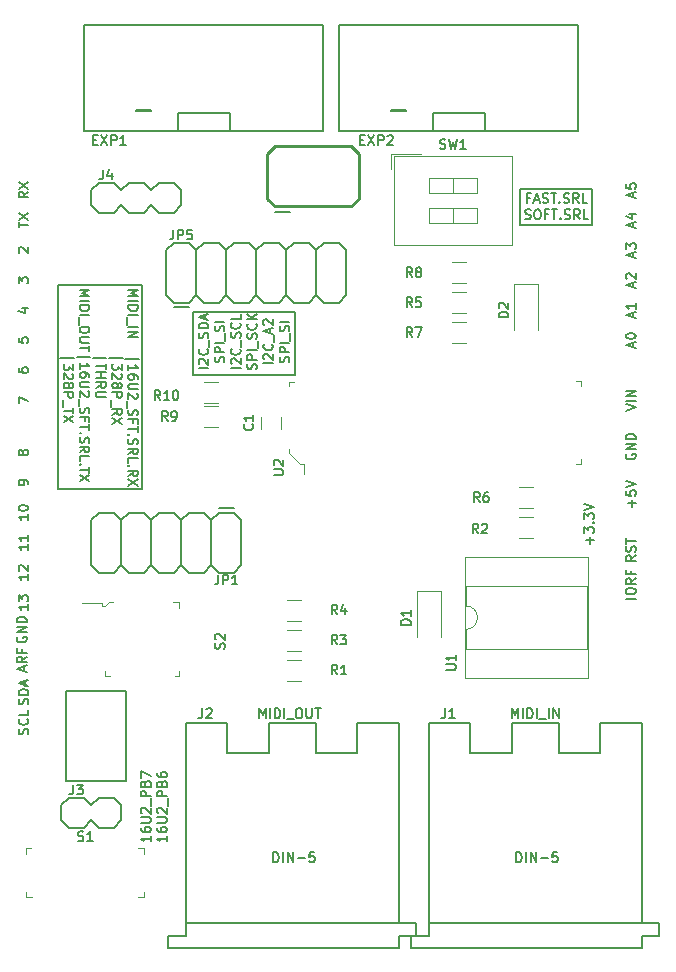
<source format=gto>
G04 #@! TF.FileFunction,Legend,Top*
%FSLAX46Y46*%
G04 Gerber Fmt 4.6, Leading zero omitted, Abs format (unit mm)*
G04 Created by KiCad (PCBNEW 4.0.7) date 04/09/18 15:19:32*
%MOMM*%
%LPD*%
G01*
G04 APERTURE LIST*
%ADD10C,0.100000*%
%ADD11C,0.200000*%
%ADD12C,0.152400*%
%ADD13C,0.120000*%
%ADD14C,0.203200*%
%ADD15C,0.150000*%
%ADD16C,0.254000*%
G04 APERTURE END LIST*
D10*
D11*
X172212000Y-65786000D02*
X163576000Y-65786000D01*
X172212000Y-60452000D02*
X172212000Y-65786000D01*
X163576000Y-60452000D02*
X172212000Y-60452000D01*
X163576000Y-65786000D02*
X163576000Y-60452000D01*
X191262000Y-50038000D02*
X191516000Y-50038000D01*
X191262000Y-53086000D02*
X191262000Y-50038000D01*
X197358000Y-53086000D02*
X191262000Y-53086000D01*
X197358000Y-50038000D02*
X197358000Y-53086000D01*
X197104000Y-50038000D02*
X197358000Y-50038000D01*
X191516000Y-50038000D02*
X197104000Y-50038000D01*
X159258000Y-75438000D02*
X159258000Y-58166000D01*
X152146000Y-75438000D02*
X159258000Y-75438000D01*
X152146000Y-58166000D02*
X152146000Y-75438000D01*
X159258000Y-58166000D02*
X152146000Y-58166000D01*
D12*
X159955895Y-104839104D02*
X159955895Y-105303561D01*
X159955895Y-105071332D02*
X159143095Y-105071332D01*
X159259210Y-105148742D01*
X159336619Y-105226151D01*
X159375324Y-105303561D01*
X159143095Y-104142418D02*
X159143095Y-104297237D01*
X159181800Y-104374647D01*
X159220505Y-104413352D01*
X159336619Y-104490761D01*
X159491438Y-104529466D01*
X159801076Y-104529466D01*
X159878486Y-104490761D01*
X159917190Y-104452056D01*
X159955895Y-104374647D01*
X159955895Y-104219828D01*
X159917190Y-104142418D01*
X159878486Y-104103714D01*
X159801076Y-104065009D01*
X159607552Y-104065009D01*
X159530143Y-104103714D01*
X159491438Y-104142418D01*
X159452733Y-104219828D01*
X159452733Y-104374647D01*
X159491438Y-104452056D01*
X159530143Y-104490761D01*
X159607552Y-104529466D01*
X159143095Y-103716666D02*
X159801076Y-103716666D01*
X159878486Y-103677961D01*
X159917190Y-103639257D01*
X159955895Y-103561847D01*
X159955895Y-103407028D01*
X159917190Y-103329619D01*
X159878486Y-103290914D01*
X159801076Y-103252209D01*
X159143095Y-103252209D01*
X159220505Y-102903866D02*
X159181800Y-102865161D01*
X159143095Y-102787752D01*
X159143095Y-102594228D01*
X159181800Y-102516818D01*
X159220505Y-102478114D01*
X159297914Y-102439409D01*
X159375324Y-102439409D01*
X159491438Y-102478114D01*
X159955895Y-102942571D01*
X159955895Y-102439409D01*
X160033305Y-102284590D02*
X160033305Y-101665314D01*
X159955895Y-101471790D02*
X159143095Y-101471790D01*
X159143095Y-101162152D01*
X159181800Y-101084743D01*
X159220505Y-101046038D01*
X159297914Y-101007333D01*
X159414029Y-101007333D01*
X159491438Y-101046038D01*
X159530143Y-101084743D01*
X159568848Y-101162152D01*
X159568848Y-101471790D01*
X159530143Y-100388057D02*
X159568848Y-100271943D01*
X159607552Y-100233238D01*
X159684962Y-100194533D01*
X159801076Y-100194533D01*
X159878486Y-100233238D01*
X159917190Y-100271943D01*
X159955895Y-100349352D01*
X159955895Y-100658990D01*
X159143095Y-100658990D01*
X159143095Y-100388057D01*
X159181800Y-100310647D01*
X159220505Y-100271943D01*
X159297914Y-100233238D01*
X159375324Y-100233238D01*
X159452733Y-100271943D01*
X159491438Y-100310647D01*
X159530143Y-100388057D01*
X159530143Y-100658990D01*
X159143095Y-99923600D02*
X159143095Y-99381733D01*
X159955895Y-99730076D01*
X161327495Y-104839104D02*
X161327495Y-105303561D01*
X161327495Y-105071332D02*
X160514695Y-105071332D01*
X160630810Y-105148742D01*
X160708219Y-105226151D01*
X160746924Y-105303561D01*
X160514695Y-104142418D02*
X160514695Y-104297237D01*
X160553400Y-104374647D01*
X160592105Y-104413352D01*
X160708219Y-104490761D01*
X160863038Y-104529466D01*
X161172676Y-104529466D01*
X161250086Y-104490761D01*
X161288790Y-104452056D01*
X161327495Y-104374647D01*
X161327495Y-104219828D01*
X161288790Y-104142418D01*
X161250086Y-104103714D01*
X161172676Y-104065009D01*
X160979152Y-104065009D01*
X160901743Y-104103714D01*
X160863038Y-104142418D01*
X160824333Y-104219828D01*
X160824333Y-104374647D01*
X160863038Y-104452056D01*
X160901743Y-104490761D01*
X160979152Y-104529466D01*
X160514695Y-103716666D02*
X161172676Y-103716666D01*
X161250086Y-103677961D01*
X161288790Y-103639257D01*
X161327495Y-103561847D01*
X161327495Y-103407028D01*
X161288790Y-103329619D01*
X161250086Y-103290914D01*
X161172676Y-103252209D01*
X160514695Y-103252209D01*
X160592105Y-102903866D02*
X160553400Y-102865161D01*
X160514695Y-102787752D01*
X160514695Y-102594228D01*
X160553400Y-102516818D01*
X160592105Y-102478114D01*
X160669514Y-102439409D01*
X160746924Y-102439409D01*
X160863038Y-102478114D01*
X161327495Y-102942571D01*
X161327495Y-102439409D01*
X161404905Y-102284590D02*
X161404905Y-101665314D01*
X161327495Y-101471790D02*
X160514695Y-101471790D01*
X160514695Y-101162152D01*
X160553400Y-101084743D01*
X160592105Y-101046038D01*
X160669514Y-101007333D01*
X160785629Y-101007333D01*
X160863038Y-101046038D01*
X160901743Y-101084743D01*
X160940448Y-101162152D01*
X160940448Y-101471790D01*
X160901743Y-100388057D02*
X160940448Y-100271943D01*
X160979152Y-100233238D01*
X161056562Y-100194533D01*
X161172676Y-100194533D01*
X161250086Y-100233238D01*
X161288790Y-100271943D01*
X161327495Y-100349352D01*
X161327495Y-100658990D01*
X160514695Y-100658990D01*
X160514695Y-100388057D01*
X160553400Y-100310647D01*
X160592105Y-100271943D01*
X160669514Y-100233238D01*
X160746924Y-100233238D01*
X160824333Y-100271943D01*
X160863038Y-100310647D01*
X160901743Y-100388057D01*
X160901743Y-100658990D01*
X160514695Y-99497847D02*
X160514695Y-99652666D01*
X160553400Y-99730076D01*
X160592105Y-99768781D01*
X160708219Y-99846190D01*
X160863038Y-99884895D01*
X161172676Y-99884895D01*
X161250086Y-99846190D01*
X161288790Y-99807485D01*
X161327495Y-99730076D01*
X161327495Y-99575257D01*
X161288790Y-99497847D01*
X161250086Y-99459143D01*
X161172676Y-99420438D01*
X160979152Y-99420438D01*
X160901743Y-99459143D01*
X160863038Y-99497847D01*
X160824333Y-99575257D01*
X160824333Y-99730076D01*
X160863038Y-99807485D01*
X160901743Y-99846190D01*
X160979152Y-99884895D01*
X192065124Y-50818143D02*
X191794191Y-50818143D01*
X191794191Y-51243895D02*
X191794191Y-50431095D01*
X192181238Y-50431095D01*
X192452172Y-51011667D02*
X192839220Y-51011667D01*
X192374763Y-51243895D02*
X192645696Y-50431095D01*
X192916629Y-51243895D01*
X193148858Y-51205190D02*
X193264972Y-51243895D01*
X193458496Y-51243895D01*
X193535906Y-51205190D01*
X193574610Y-51166486D01*
X193613315Y-51089076D01*
X193613315Y-51011667D01*
X193574610Y-50934257D01*
X193535906Y-50895552D01*
X193458496Y-50856848D01*
X193303677Y-50818143D01*
X193226268Y-50779438D01*
X193187563Y-50740733D01*
X193148858Y-50663324D01*
X193148858Y-50585914D01*
X193187563Y-50508505D01*
X193226268Y-50469800D01*
X193303677Y-50431095D01*
X193497201Y-50431095D01*
X193613315Y-50469800D01*
X193845544Y-50431095D02*
X194310001Y-50431095D01*
X194077772Y-51243895D02*
X194077772Y-50431095D01*
X194580934Y-51166486D02*
X194619639Y-51205190D01*
X194580934Y-51243895D01*
X194542229Y-51205190D01*
X194580934Y-51166486D01*
X194580934Y-51243895D01*
X194929277Y-51205190D02*
X195045391Y-51243895D01*
X195238915Y-51243895D01*
X195316325Y-51205190D01*
X195355029Y-51166486D01*
X195393734Y-51089076D01*
X195393734Y-51011667D01*
X195355029Y-50934257D01*
X195316325Y-50895552D01*
X195238915Y-50856848D01*
X195084096Y-50818143D01*
X195006687Y-50779438D01*
X194967982Y-50740733D01*
X194929277Y-50663324D01*
X194929277Y-50585914D01*
X194967982Y-50508505D01*
X195006687Y-50469800D01*
X195084096Y-50431095D01*
X195277620Y-50431095D01*
X195393734Y-50469800D01*
X196206534Y-51243895D02*
X195935601Y-50856848D01*
X195742077Y-51243895D02*
X195742077Y-50431095D01*
X196051715Y-50431095D01*
X196129124Y-50469800D01*
X196167829Y-50508505D01*
X196206534Y-50585914D01*
X196206534Y-50702029D01*
X196167829Y-50779438D01*
X196129124Y-50818143D01*
X196051715Y-50856848D01*
X195742077Y-50856848D01*
X196941924Y-51243895D02*
X196554877Y-51243895D01*
X196554877Y-50431095D01*
X191678076Y-52576790D02*
X191794190Y-52615495D01*
X191987714Y-52615495D01*
X192065124Y-52576790D01*
X192103828Y-52538086D01*
X192142533Y-52460676D01*
X192142533Y-52383267D01*
X192103828Y-52305857D01*
X192065124Y-52267152D01*
X191987714Y-52228448D01*
X191832895Y-52189743D01*
X191755486Y-52151038D01*
X191716781Y-52112333D01*
X191678076Y-52034924D01*
X191678076Y-51957514D01*
X191716781Y-51880105D01*
X191755486Y-51841400D01*
X191832895Y-51802695D01*
X192026419Y-51802695D01*
X192142533Y-51841400D01*
X192645695Y-51802695D02*
X192800514Y-51802695D01*
X192877923Y-51841400D01*
X192955333Y-51918810D01*
X192994038Y-52073629D01*
X192994038Y-52344562D01*
X192955333Y-52499381D01*
X192877923Y-52576790D01*
X192800514Y-52615495D01*
X192645695Y-52615495D01*
X192568285Y-52576790D01*
X192490876Y-52499381D01*
X192452171Y-52344562D01*
X192452171Y-52073629D01*
X192490876Y-51918810D01*
X192568285Y-51841400D01*
X192645695Y-51802695D01*
X193613314Y-52189743D02*
X193342381Y-52189743D01*
X193342381Y-52615495D02*
X193342381Y-51802695D01*
X193729428Y-51802695D01*
X193922953Y-51802695D02*
X194387410Y-51802695D01*
X194155181Y-52615495D02*
X194155181Y-51802695D01*
X194658343Y-52538086D02*
X194697048Y-52576790D01*
X194658343Y-52615495D01*
X194619638Y-52576790D01*
X194658343Y-52538086D01*
X194658343Y-52615495D01*
X195006686Y-52576790D02*
X195122800Y-52615495D01*
X195316324Y-52615495D01*
X195393734Y-52576790D01*
X195432438Y-52538086D01*
X195471143Y-52460676D01*
X195471143Y-52383267D01*
X195432438Y-52305857D01*
X195393734Y-52267152D01*
X195316324Y-52228448D01*
X195161505Y-52189743D01*
X195084096Y-52151038D01*
X195045391Y-52112333D01*
X195006686Y-52034924D01*
X195006686Y-51957514D01*
X195045391Y-51880105D01*
X195084096Y-51841400D01*
X195161505Y-51802695D01*
X195355029Y-51802695D01*
X195471143Y-51841400D01*
X196283943Y-52615495D02*
X196013010Y-52228448D01*
X195819486Y-52615495D02*
X195819486Y-51802695D01*
X196129124Y-51802695D01*
X196206533Y-51841400D01*
X196245238Y-51880105D01*
X196283943Y-51957514D01*
X196283943Y-52073629D01*
X196245238Y-52151038D01*
X196206533Y-52189743D01*
X196129124Y-52228448D01*
X195819486Y-52228448D01*
X197019333Y-52615495D02*
X196632286Y-52615495D01*
X196632286Y-51802695D01*
X164832695Y-65236876D02*
X164019895Y-65236876D01*
X164097305Y-64888533D02*
X164058600Y-64849828D01*
X164019895Y-64772419D01*
X164019895Y-64578895D01*
X164058600Y-64501485D01*
X164097305Y-64462781D01*
X164174714Y-64424076D01*
X164252124Y-64424076D01*
X164368238Y-64462781D01*
X164832695Y-64927238D01*
X164832695Y-64424076D01*
X164755286Y-63611276D02*
X164793990Y-63649981D01*
X164832695Y-63766095D01*
X164832695Y-63843505D01*
X164793990Y-63959619D01*
X164716581Y-64037028D01*
X164639171Y-64075733D01*
X164484352Y-64114438D01*
X164368238Y-64114438D01*
X164213419Y-64075733D01*
X164136010Y-64037028D01*
X164058600Y-63959619D01*
X164019895Y-63843505D01*
X164019895Y-63766095D01*
X164058600Y-63649981D01*
X164097305Y-63611276D01*
X164910105Y-63456457D02*
X164910105Y-62837181D01*
X164793990Y-62682362D02*
X164832695Y-62566248D01*
X164832695Y-62372724D01*
X164793990Y-62295314D01*
X164755286Y-62256610D01*
X164677876Y-62217905D01*
X164600467Y-62217905D01*
X164523057Y-62256610D01*
X164484352Y-62295314D01*
X164445648Y-62372724D01*
X164406943Y-62527543D01*
X164368238Y-62604952D01*
X164329533Y-62643657D01*
X164252124Y-62682362D01*
X164174714Y-62682362D01*
X164097305Y-62643657D01*
X164058600Y-62604952D01*
X164019895Y-62527543D01*
X164019895Y-62334019D01*
X164058600Y-62217905D01*
X164832695Y-61869562D02*
X164019895Y-61869562D01*
X164019895Y-61676038D01*
X164058600Y-61559924D01*
X164136010Y-61482515D01*
X164213419Y-61443810D01*
X164368238Y-61405105D01*
X164484352Y-61405105D01*
X164639171Y-61443810D01*
X164716581Y-61482515D01*
X164793990Y-61559924D01*
X164832695Y-61676038D01*
X164832695Y-61869562D01*
X164600467Y-61095467D02*
X164600467Y-60708419D01*
X164832695Y-61172876D02*
X164019895Y-60901943D01*
X164832695Y-60631010D01*
X166165590Y-64714362D02*
X166204295Y-64598248D01*
X166204295Y-64404724D01*
X166165590Y-64327314D01*
X166126886Y-64288610D01*
X166049476Y-64249905D01*
X165972067Y-64249905D01*
X165894657Y-64288610D01*
X165855952Y-64327314D01*
X165817248Y-64404724D01*
X165778543Y-64559543D01*
X165739838Y-64636952D01*
X165701133Y-64675657D01*
X165623724Y-64714362D01*
X165546314Y-64714362D01*
X165468905Y-64675657D01*
X165430200Y-64636952D01*
X165391495Y-64559543D01*
X165391495Y-64366019D01*
X165430200Y-64249905D01*
X166204295Y-63901562D02*
X165391495Y-63901562D01*
X165391495Y-63591924D01*
X165430200Y-63514515D01*
X165468905Y-63475810D01*
X165546314Y-63437105D01*
X165662429Y-63437105D01*
X165739838Y-63475810D01*
X165778543Y-63514515D01*
X165817248Y-63591924D01*
X165817248Y-63901562D01*
X166204295Y-63088762D02*
X165391495Y-63088762D01*
X166281705Y-62895238D02*
X166281705Y-62275962D01*
X166165590Y-62121143D02*
X166204295Y-62005029D01*
X166204295Y-61811505D01*
X166165590Y-61734095D01*
X166126886Y-61695391D01*
X166049476Y-61656686D01*
X165972067Y-61656686D01*
X165894657Y-61695391D01*
X165855952Y-61734095D01*
X165817248Y-61811505D01*
X165778543Y-61966324D01*
X165739838Y-62043733D01*
X165701133Y-62082438D01*
X165623724Y-62121143D01*
X165546314Y-62121143D01*
X165468905Y-62082438D01*
X165430200Y-62043733D01*
X165391495Y-61966324D01*
X165391495Y-61772800D01*
X165430200Y-61656686D01*
X166204295Y-61308343D02*
X165391495Y-61308343D01*
X167575895Y-65217523D02*
X166763095Y-65217523D01*
X166840505Y-64869180D02*
X166801800Y-64830475D01*
X166763095Y-64753066D01*
X166763095Y-64559542D01*
X166801800Y-64482132D01*
X166840505Y-64443428D01*
X166917914Y-64404723D01*
X166995324Y-64404723D01*
X167111438Y-64443428D01*
X167575895Y-64907885D01*
X167575895Y-64404723D01*
X167498486Y-63591923D02*
X167537190Y-63630628D01*
X167575895Y-63746742D01*
X167575895Y-63824152D01*
X167537190Y-63940266D01*
X167459781Y-64017675D01*
X167382371Y-64056380D01*
X167227552Y-64095085D01*
X167111438Y-64095085D01*
X166956619Y-64056380D01*
X166879210Y-64017675D01*
X166801800Y-63940266D01*
X166763095Y-63824152D01*
X166763095Y-63746742D01*
X166801800Y-63630628D01*
X166840505Y-63591923D01*
X167653305Y-63437104D02*
X167653305Y-62817828D01*
X167537190Y-62663009D02*
X167575895Y-62546895D01*
X167575895Y-62353371D01*
X167537190Y-62275961D01*
X167498486Y-62237257D01*
X167421076Y-62198552D01*
X167343667Y-62198552D01*
X167266257Y-62237257D01*
X167227552Y-62275961D01*
X167188848Y-62353371D01*
X167150143Y-62508190D01*
X167111438Y-62585599D01*
X167072733Y-62624304D01*
X166995324Y-62663009D01*
X166917914Y-62663009D01*
X166840505Y-62624304D01*
X166801800Y-62585599D01*
X166763095Y-62508190D01*
X166763095Y-62314666D01*
X166801800Y-62198552D01*
X167498486Y-61385752D02*
X167537190Y-61424457D01*
X167575895Y-61540571D01*
X167575895Y-61617981D01*
X167537190Y-61734095D01*
X167459781Y-61811504D01*
X167382371Y-61850209D01*
X167227552Y-61888914D01*
X167111438Y-61888914D01*
X166956619Y-61850209D01*
X166879210Y-61811504D01*
X166801800Y-61734095D01*
X166763095Y-61617981D01*
X166763095Y-61540571D01*
X166801800Y-61424457D01*
X166840505Y-61385752D01*
X167575895Y-60650362D02*
X167575895Y-61037409D01*
X166763095Y-61037409D01*
X168908790Y-65333638D02*
X168947495Y-65217524D01*
X168947495Y-65024000D01*
X168908790Y-64946590D01*
X168870086Y-64907886D01*
X168792676Y-64869181D01*
X168715267Y-64869181D01*
X168637857Y-64907886D01*
X168599152Y-64946590D01*
X168560448Y-65024000D01*
X168521743Y-65178819D01*
X168483038Y-65256228D01*
X168444333Y-65294933D01*
X168366924Y-65333638D01*
X168289514Y-65333638D01*
X168212105Y-65294933D01*
X168173400Y-65256228D01*
X168134695Y-65178819D01*
X168134695Y-64985295D01*
X168173400Y-64869181D01*
X168947495Y-64520838D02*
X168134695Y-64520838D01*
X168134695Y-64211200D01*
X168173400Y-64133791D01*
X168212105Y-64095086D01*
X168289514Y-64056381D01*
X168405629Y-64056381D01*
X168483038Y-64095086D01*
X168521743Y-64133791D01*
X168560448Y-64211200D01*
X168560448Y-64520838D01*
X168947495Y-63708038D02*
X168134695Y-63708038D01*
X169024905Y-63514514D02*
X169024905Y-62895238D01*
X168908790Y-62740419D02*
X168947495Y-62624305D01*
X168947495Y-62430781D01*
X168908790Y-62353371D01*
X168870086Y-62314667D01*
X168792676Y-62275962D01*
X168715267Y-62275962D01*
X168637857Y-62314667D01*
X168599152Y-62353371D01*
X168560448Y-62430781D01*
X168521743Y-62585600D01*
X168483038Y-62663009D01*
X168444333Y-62701714D01*
X168366924Y-62740419D01*
X168289514Y-62740419D01*
X168212105Y-62701714D01*
X168173400Y-62663009D01*
X168134695Y-62585600D01*
X168134695Y-62392076D01*
X168173400Y-62275962D01*
X168870086Y-61463162D02*
X168908790Y-61501867D01*
X168947495Y-61617981D01*
X168947495Y-61695391D01*
X168908790Y-61811505D01*
X168831381Y-61888914D01*
X168753971Y-61927619D01*
X168599152Y-61966324D01*
X168483038Y-61966324D01*
X168328219Y-61927619D01*
X168250810Y-61888914D01*
X168173400Y-61811505D01*
X168134695Y-61695391D01*
X168134695Y-61617981D01*
X168173400Y-61501867D01*
X168212105Y-61463162D01*
X168947495Y-61114819D02*
X168134695Y-61114819D01*
X168947495Y-60650362D02*
X168483038Y-60998705D01*
X168134695Y-60650362D02*
X168599152Y-61114819D01*
X170319095Y-64830476D02*
X169506295Y-64830476D01*
X169583705Y-64482133D02*
X169545000Y-64443428D01*
X169506295Y-64366019D01*
X169506295Y-64172495D01*
X169545000Y-64095085D01*
X169583705Y-64056381D01*
X169661114Y-64017676D01*
X169738524Y-64017676D01*
X169854638Y-64056381D01*
X170319095Y-64520838D01*
X170319095Y-64017676D01*
X170241686Y-63204876D02*
X170280390Y-63243581D01*
X170319095Y-63359695D01*
X170319095Y-63437105D01*
X170280390Y-63553219D01*
X170202981Y-63630628D01*
X170125571Y-63669333D01*
X169970752Y-63708038D01*
X169854638Y-63708038D01*
X169699819Y-63669333D01*
X169622410Y-63630628D01*
X169545000Y-63553219D01*
X169506295Y-63437105D01*
X169506295Y-63359695D01*
X169545000Y-63243581D01*
X169583705Y-63204876D01*
X170396505Y-63050057D02*
X170396505Y-62430781D01*
X170086867Y-62275962D02*
X170086867Y-61888914D01*
X170319095Y-62353371D02*
X169506295Y-62082438D01*
X170319095Y-61811505D01*
X169583705Y-61579276D02*
X169545000Y-61540571D01*
X169506295Y-61463162D01*
X169506295Y-61269638D01*
X169545000Y-61192228D01*
X169583705Y-61153524D01*
X169661114Y-61114819D01*
X169738524Y-61114819D01*
X169854638Y-61153524D01*
X170319095Y-61617981D01*
X170319095Y-61114819D01*
X171651990Y-64714362D02*
X171690695Y-64598248D01*
X171690695Y-64404724D01*
X171651990Y-64327314D01*
X171613286Y-64288610D01*
X171535876Y-64249905D01*
X171458467Y-64249905D01*
X171381057Y-64288610D01*
X171342352Y-64327314D01*
X171303648Y-64404724D01*
X171264943Y-64559543D01*
X171226238Y-64636952D01*
X171187533Y-64675657D01*
X171110124Y-64714362D01*
X171032714Y-64714362D01*
X170955305Y-64675657D01*
X170916600Y-64636952D01*
X170877895Y-64559543D01*
X170877895Y-64366019D01*
X170916600Y-64249905D01*
X171690695Y-63901562D02*
X170877895Y-63901562D01*
X170877895Y-63591924D01*
X170916600Y-63514515D01*
X170955305Y-63475810D01*
X171032714Y-63437105D01*
X171148829Y-63437105D01*
X171226238Y-63475810D01*
X171264943Y-63514515D01*
X171303648Y-63591924D01*
X171303648Y-63901562D01*
X171690695Y-63088762D02*
X170877895Y-63088762D01*
X171768105Y-62895238D02*
X171768105Y-62275962D01*
X171651990Y-62121143D02*
X171690695Y-62005029D01*
X171690695Y-61811505D01*
X171651990Y-61734095D01*
X171613286Y-61695391D01*
X171535876Y-61656686D01*
X171458467Y-61656686D01*
X171381057Y-61695391D01*
X171342352Y-61734095D01*
X171303648Y-61811505D01*
X171264943Y-61966324D01*
X171226238Y-62043733D01*
X171187533Y-62082438D01*
X171110124Y-62121143D01*
X171032714Y-62121143D01*
X170955305Y-62082438D01*
X170916600Y-62043733D01*
X170877895Y-61966324D01*
X170877895Y-61772800D01*
X170916600Y-61656686D01*
X171690695Y-61308343D02*
X170877895Y-61308343D01*
X158077505Y-58613524D02*
X158890305Y-58613524D01*
X158309733Y-58884457D01*
X158890305Y-59155390D01*
X158077505Y-59155390D01*
X158077505Y-59542438D02*
X158890305Y-59542438D01*
X158077505Y-59929486D02*
X158890305Y-59929486D01*
X158890305Y-60123010D01*
X158851600Y-60239124D01*
X158774190Y-60316533D01*
X158696781Y-60355238D01*
X158541962Y-60393943D01*
X158425848Y-60393943D01*
X158271029Y-60355238D01*
X158193619Y-60316533D01*
X158116210Y-60239124D01*
X158077505Y-60123010D01*
X158077505Y-59929486D01*
X158077505Y-60742286D02*
X158890305Y-60742286D01*
X158000095Y-60935810D02*
X158000095Y-61555086D01*
X158077505Y-61748610D02*
X158890305Y-61748610D01*
X158077505Y-62135658D02*
X158890305Y-62135658D01*
X158077505Y-62600115D01*
X158890305Y-62600115D01*
X157806571Y-64419239D02*
X158967714Y-64419239D01*
X158077505Y-65425562D02*
X158077505Y-64961105D01*
X158077505Y-65193334D02*
X158890305Y-65193334D01*
X158774190Y-65115924D01*
X158696781Y-65038515D01*
X158658076Y-64961105D01*
X158890305Y-66122248D02*
X158890305Y-65967429D01*
X158851600Y-65890019D01*
X158812895Y-65851314D01*
X158696781Y-65773905D01*
X158541962Y-65735200D01*
X158232324Y-65735200D01*
X158154914Y-65773905D01*
X158116210Y-65812610D01*
X158077505Y-65890019D01*
X158077505Y-66044838D01*
X158116210Y-66122248D01*
X158154914Y-66160952D01*
X158232324Y-66199657D01*
X158425848Y-66199657D01*
X158503257Y-66160952D01*
X158541962Y-66122248D01*
X158580667Y-66044838D01*
X158580667Y-65890019D01*
X158541962Y-65812610D01*
X158503257Y-65773905D01*
X158425848Y-65735200D01*
X158890305Y-66548000D02*
X158232324Y-66548000D01*
X158154914Y-66586705D01*
X158116210Y-66625409D01*
X158077505Y-66702819D01*
X158077505Y-66857638D01*
X158116210Y-66935047D01*
X158154914Y-66973752D01*
X158232324Y-67012457D01*
X158890305Y-67012457D01*
X158812895Y-67360800D02*
X158851600Y-67399505D01*
X158890305Y-67476914D01*
X158890305Y-67670438D01*
X158851600Y-67747848D01*
X158812895Y-67786552D01*
X158735486Y-67825257D01*
X158658076Y-67825257D01*
X158541962Y-67786552D01*
X158077505Y-67322095D01*
X158077505Y-67825257D01*
X158000095Y-67980076D02*
X158000095Y-68599352D01*
X158116210Y-68754171D02*
X158077505Y-68870285D01*
X158077505Y-69063809D01*
X158116210Y-69141219D01*
X158154914Y-69179923D01*
X158232324Y-69218628D01*
X158309733Y-69218628D01*
X158387143Y-69179923D01*
X158425848Y-69141219D01*
X158464552Y-69063809D01*
X158503257Y-68908990D01*
X158541962Y-68831581D01*
X158580667Y-68792876D01*
X158658076Y-68754171D01*
X158735486Y-68754171D01*
X158812895Y-68792876D01*
X158851600Y-68831581D01*
X158890305Y-68908990D01*
X158890305Y-69102514D01*
X158851600Y-69218628D01*
X158503257Y-69837904D02*
X158503257Y-69566971D01*
X158077505Y-69566971D02*
X158890305Y-69566971D01*
X158890305Y-69954018D01*
X158890305Y-70147543D02*
X158890305Y-70612000D01*
X158077505Y-70379771D02*
X158890305Y-70379771D01*
X158154914Y-70882933D02*
X158116210Y-70921638D01*
X158077505Y-70882933D01*
X158116210Y-70844228D01*
X158154914Y-70882933D01*
X158077505Y-70882933D01*
X158116210Y-71231276D02*
X158077505Y-71347390D01*
X158077505Y-71540914D01*
X158116210Y-71618324D01*
X158154914Y-71657028D01*
X158232324Y-71695733D01*
X158309733Y-71695733D01*
X158387143Y-71657028D01*
X158425848Y-71618324D01*
X158464552Y-71540914D01*
X158503257Y-71386095D01*
X158541962Y-71308686D01*
X158580667Y-71269981D01*
X158658076Y-71231276D01*
X158735486Y-71231276D01*
X158812895Y-71269981D01*
X158851600Y-71308686D01*
X158890305Y-71386095D01*
X158890305Y-71579619D01*
X158851600Y-71695733D01*
X158077505Y-72508533D02*
X158464552Y-72237600D01*
X158077505Y-72044076D02*
X158890305Y-72044076D01*
X158890305Y-72353714D01*
X158851600Y-72431123D01*
X158812895Y-72469828D01*
X158735486Y-72508533D01*
X158619371Y-72508533D01*
X158541962Y-72469828D01*
X158503257Y-72431123D01*
X158464552Y-72353714D01*
X158464552Y-72044076D01*
X158077505Y-73243923D02*
X158077505Y-72856876D01*
X158890305Y-72856876D01*
X158154914Y-73514857D02*
X158116210Y-73553562D01*
X158077505Y-73514857D01*
X158116210Y-73476152D01*
X158154914Y-73514857D01*
X158077505Y-73514857D01*
X158077505Y-74366362D02*
X158464552Y-74095429D01*
X158077505Y-73901905D02*
X158890305Y-73901905D01*
X158890305Y-74211543D01*
X158851600Y-74288952D01*
X158812895Y-74327657D01*
X158735486Y-74366362D01*
X158619371Y-74366362D01*
X158541962Y-74327657D01*
X158503257Y-74288952D01*
X158464552Y-74211543D01*
X158464552Y-73901905D01*
X158890305Y-74637295D02*
X158077505Y-75179162D01*
X158890305Y-75179162D02*
X158077505Y-74637295D01*
X156434971Y-64380532D02*
X157596114Y-64380532D01*
X157518705Y-64883693D02*
X157518705Y-65386855D01*
X157209067Y-65115922D01*
X157209067Y-65232036D01*
X157170362Y-65309446D01*
X157131657Y-65348150D01*
X157054248Y-65386855D01*
X156860724Y-65386855D01*
X156783314Y-65348150D01*
X156744610Y-65309446D01*
X156705905Y-65232036D01*
X156705905Y-64999808D01*
X156744610Y-64922398D01*
X156783314Y-64883693D01*
X157441295Y-65696493D02*
X157480000Y-65735198D01*
X157518705Y-65812607D01*
X157518705Y-66006131D01*
X157480000Y-66083541D01*
X157441295Y-66122245D01*
X157363886Y-66160950D01*
X157286476Y-66160950D01*
X157170362Y-66122245D01*
X156705905Y-65657788D01*
X156705905Y-66160950D01*
X157170362Y-66625407D02*
X157209067Y-66547998D01*
X157247771Y-66509293D01*
X157325181Y-66470588D01*
X157363886Y-66470588D01*
X157441295Y-66509293D01*
X157480000Y-66547998D01*
X157518705Y-66625407D01*
X157518705Y-66780226D01*
X157480000Y-66857636D01*
X157441295Y-66896340D01*
X157363886Y-66935045D01*
X157325181Y-66935045D01*
X157247771Y-66896340D01*
X157209067Y-66857636D01*
X157170362Y-66780226D01*
X157170362Y-66625407D01*
X157131657Y-66547998D01*
X157092952Y-66509293D01*
X157015543Y-66470588D01*
X156860724Y-66470588D01*
X156783314Y-66509293D01*
X156744610Y-66547998D01*
X156705905Y-66625407D01*
X156705905Y-66780226D01*
X156744610Y-66857636D01*
X156783314Y-66896340D01*
X156860724Y-66935045D01*
X157015543Y-66935045D01*
X157092952Y-66896340D01*
X157131657Y-66857636D01*
X157170362Y-66780226D01*
X156705905Y-67283388D02*
X157518705Y-67283388D01*
X157518705Y-67593026D01*
X157480000Y-67670435D01*
X157441295Y-67709140D01*
X157363886Y-67747845D01*
X157247771Y-67747845D01*
X157170362Y-67709140D01*
X157131657Y-67670435D01*
X157092952Y-67593026D01*
X157092952Y-67283388D01*
X156628495Y-67902664D02*
X156628495Y-68521940D01*
X156705905Y-69179921D02*
X157092952Y-68908988D01*
X156705905Y-68715464D02*
X157518705Y-68715464D01*
X157518705Y-69025102D01*
X157480000Y-69102511D01*
X157441295Y-69141216D01*
X157363886Y-69179921D01*
X157247771Y-69179921D01*
X157170362Y-69141216D01*
X157131657Y-69102511D01*
X157092952Y-69025102D01*
X157092952Y-68715464D01*
X157518705Y-69450854D02*
X156705905Y-69992721D01*
X157518705Y-69992721D02*
X156705905Y-69450854D01*
X155063371Y-64380532D02*
X156224514Y-64380532D01*
X156147105Y-64844989D02*
X156147105Y-65309446D01*
X155334305Y-65077217D02*
X156147105Y-65077217D01*
X155334305Y-65580379D02*
X156147105Y-65580379D01*
X155760057Y-65580379D02*
X155760057Y-66044836D01*
X155334305Y-66044836D02*
X156147105Y-66044836D01*
X155334305Y-66896341D02*
X155721352Y-66625408D01*
X155334305Y-66431884D02*
X156147105Y-66431884D01*
X156147105Y-66741522D01*
X156108400Y-66818931D01*
X156069695Y-66857636D01*
X155992286Y-66896341D01*
X155876171Y-66896341D01*
X155798762Y-66857636D01*
X155760057Y-66818931D01*
X155721352Y-66741522D01*
X155721352Y-66431884D01*
X156147105Y-67244684D02*
X155489124Y-67244684D01*
X155411714Y-67283389D01*
X155373010Y-67322093D01*
X155334305Y-67399503D01*
X155334305Y-67554322D01*
X155373010Y-67631731D01*
X155411714Y-67670436D01*
X155489124Y-67709141D01*
X156147105Y-67709141D01*
X153962705Y-58613524D02*
X154775505Y-58613524D01*
X154194933Y-58884457D01*
X154775505Y-59155390D01*
X153962705Y-59155390D01*
X153962705Y-59542438D02*
X154775505Y-59542438D01*
X153962705Y-59929486D02*
X154775505Y-59929486D01*
X154775505Y-60123010D01*
X154736800Y-60239124D01*
X154659390Y-60316533D01*
X154581981Y-60355238D01*
X154427162Y-60393943D01*
X154311048Y-60393943D01*
X154156229Y-60355238D01*
X154078819Y-60316533D01*
X154001410Y-60239124D01*
X153962705Y-60123010D01*
X153962705Y-59929486D01*
X153962705Y-60742286D02*
X154775505Y-60742286D01*
X153885295Y-60935810D02*
X153885295Y-61555086D01*
X154775505Y-61903429D02*
X154775505Y-62058248D01*
X154736800Y-62135657D01*
X154659390Y-62213067D01*
X154504571Y-62251772D01*
X154233638Y-62251772D01*
X154078819Y-62213067D01*
X154001410Y-62135657D01*
X153962705Y-62058248D01*
X153962705Y-61903429D01*
X154001410Y-61826019D01*
X154078819Y-61748610D01*
X154233638Y-61709905D01*
X154504571Y-61709905D01*
X154659390Y-61748610D01*
X154736800Y-61826019D01*
X154775505Y-61903429D01*
X154775505Y-62600115D02*
X154117524Y-62600115D01*
X154040114Y-62638820D01*
X154001410Y-62677524D01*
X153962705Y-62754934D01*
X153962705Y-62909753D01*
X154001410Y-62987162D01*
X154040114Y-63025867D01*
X154117524Y-63064572D01*
X154775505Y-63064572D01*
X154775505Y-63335506D02*
X154775505Y-63799963D01*
X153962705Y-63567734D02*
X154775505Y-63567734D01*
X153691771Y-64264420D02*
X154852914Y-64264420D01*
X153962705Y-65270743D02*
X153962705Y-64806286D01*
X153962705Y-65038515D02*
X154775505Y-65038515D01*
X154659390Y-64961105D01*
X154581981Y-64883696D01*
X154543276Y-64806286D01*
X154775505Y-65967429D02*
X154775505Y-65812610D01*
X154736800Y-65735200D01*
X154698095Y-65696495D01*
X154581981Y-65619086D01*
X154427162Y-65580381D01*
X154117524Y-65580381D01*
X154040114Y-65619086D01*
X154001410Y-65657791D01*
X153962705Y-65735200D01*
X153962705Y-65890019D01*
X154001410Y-65967429D01*
X154040114Y-66006133D01*
X154117524Y-66044838D01*
X154311048Y-66044838D01*
X154388457Y-66006133D01*
X154427162Y-65967429D01*
X154465867Y-65890019D01*
X154465867Y-65735200D01*
X154427162Y-65657791D01*
X154388457Y-65619086D01*
X154311048Y-65580381D01*
X154775505Y-66393181D02*
X154117524Y-66393181D01*
X154040114Y-66431886D01*
X154001410Y-66470590D01*
X153962705Y-66548000D01*
X153962705Y-66702819D01*
X154001410Y-66780228D01*
X154040114Y-66818933D01*
X154117524Y-66857638D01*
X154775505Y-66857638D01*
X154698095Y-67205981D02*
X154736800Y-67244686D01*
X154775505Y-67322095D01*
X154775505Y-67515619D01*
X154736800Y-67593029D01*
X154698095Y-67631733D01*
X154620686Y-67670438D01*
X154543276Y-67670438D01*
X154427162Y-67631733D01*
X153962705Y-67167276D01*
X153962705Y-67670438D01*
X153885295Y-67825257D02*
X153885295Y-68444533D01*
X154001410Y-68599352D02*
X153962705Y-68715466D01*
X153962705Y-68908990D01*
X154001410Y-68986400D01*
X154040114Y-69025104D01*
X154117524Y-69063809D01*
X154194933Y-69063809D01*
X154272343Y-69025104D01*
X154311048Y-68986400D01*
X154349752Y-68908990D01*
X154388457Y-68754171D01*
X154427162Y-68676762D01*
X154465867Y-68638057D01*
X154543276Y-68599352D01*
X154620686Y-68599352D01*
X154698095Y-68638057D01*
X154736800Y-68676762D01*
X154775505Y-68754171D01*
X154775505Y-68947695D01*
X154736800Y-69063809D01*
X154388457Y-69683085D02*
X154388457Y-69412152D01*
X153962705Y-69412152D02*
X154775505Y-69412152D01*
X154775505Y-69799199D01*
X154775505Y-69992724D02*
X154775505Y-70457181D01*
X153962705Y-70224952D02*
X154775505Y-70224952D01*
X154040114Y-70728114D02*
X154001410Y-70766819D01*
X153962705Y-70728114D01*
X154001410Y-70689409D01*
X154040114Y-70728114D01*
X153962705Y-70728114D01*
X154001410Y-71076457D02*
X153962705Y-71192571D01*
X153962705Y-71386095D01*
X154001410Y-71463505D01*
X154040114Y-71502209D01*
X154117524Y-71540914D01*
X154194933Y-71540914D01*
X154272343Y-71502209D01*
X154311048Y-71463505D01*
X154349752Y-71386095D01*
X154388457Y-71231276D01*
X154427162Y-71153867D01*
X154465867Y-71115162D01*
X154543276Y-71076457D01*
X154620686Y-71076457D01*
X154698095Y-71115162D01*
X154736800Y-71153867D01*
X154775505Y-71231276D01*
X154775505Y-71424800D01*
X154736800Y-71540914D01*
X153962705Y-72353714D02*
X154349752Y-72082781D01*
X153962705Y-71889257D02*
X154775505Y-71889257D01*
X154775505Y-72198895D01*
X154736800Y-72276304D01*
X154698095Y-72315009D01*
X154620686Y-72353714D01*
X154504571Y-72353714D01*
X154427162Y-72315009D01*
X154388457Y-72276304D01*
X154349752Y-72198895D01*
X154349752Y-71889257D01*
X153962705Y-73089104D02*
X153962705Y-72702057D01*
X154775505Y-72702057D01*
X154040114Y-73360038D02*
X154001410Y-73398743D01*
X153962705Y-73360038D01*
X154001410Y-73321333D01*
X154040114Y-73360038D01*
X153962705Y-73360038D01*
X154775505Y-73630972D02*
X154775505Y-74095429D01*
X153962705Y-73863200D02*
X154775505Y-73863200D01*
X154775505Y-74288952D02*
X153962705Y-74830819D01*
X154775505Y-74830819D02*
X153962705Y-74288952D01*
X152320171Y-64380532D02*
X153481314Y-64380532D01*
X153403905Y-64883693D02*
X153403905Y-65386855D01*
X153094267Y-65115922D01*
X153094267Y-65232036D01*
X153055562Y-65309446D01*
X153016857Y-65348150D01*
X152939448Y-65386855D01*
X152745924Y-65386855D01*
X152668514Y-65348150D01*
X152629810Y-65309446D01*
X152591105Y-65232036D01*
X152591105Y-64999808D01*
X152629810Y-64922398D01*
X152668514Y-64883693D01*
X153326495Y-65696493D02*
X153365200Y-65735198D01*
X153403905Y-65812607D01*
X153403905Y-66006131D01*
X153365200Y-66083541D01*
X153326495Y-66122245D01*
X153249086Y-66160950D01*
X153171676Y-66160950D01*
X153055562Y-66122245D01*
X152591105Y-65657788D01*
X152591105Y-66160950D01*
X153055562Y-66625407D02*
X153094267Y-66547998D01*
X153132971Y-66509293D01*
X153210381Y-66470588D01*
X153249086Y-66470588D01*
X153326495Y-66509293D01*
X153365200Y-66547998D01*
X153403905Y-66625407D01*
X153403905Y-66780226D01*
X153365200Y-66857636D01*
X153326495Y-66896340D01*
X153249086Y-66935045D01*
X153210381Y-66935045D01*
X153132971Y-66896340D01*
X153094267Y-66857636D01*
X153055562Y-66780226D01*
X153055562Y-66625407D01*
X153016857Y-66547998D01*
X152978152Y-66509293D01*
X152900743Y-66470588D01*
X152745924Y-66470588D01*
X152668514Y-66509293D01*
X152629810Y-66547998D01*
X152591105Y-66625407D01*
X152591105Y-66780226D01*
X152629810Y-66857636D01*
X152668514Y-66896340D01*
X152745924Y-66935045D01*
X152900743Y-66935045D01*
X152978152Y-66896340D01*
X153016857Y-66857636D01*
X153055562Y-66780226D01*
X152591105Y-67283388D02*
X153403905Y-67283388D01*
X153403905Y-67593026D01*
X153365200Y-67670435D01*
X153326495Y-67709140D01*
X153249086Y-67747845D01*
X153132971Y-67747845D01*
X153055562Y-67709140D01*
X153016857Y-67670435D01*
X152978152Y-67593026D01*
X152978152Y-67283388D01*
X152513695Y-67902664D02*
X152513695Y-68521940D01*
X153403905Y-68599350D02*
X153403905Y-69063807D01*
X152591105Y-68831578D02*
X153403905Y-68831578D01*
X153403905Y-69257330D02*
X152591105Y-69799197D01*
X153403905Y-69799197D02*
X152591105Y-69257330D01*
D13*
X192770000Y-58075000D02*
X190770000Y-58075000D01*
X190770000Y-58075000D02*
X190770000Y-61975000D01*
X192770000Y-58075000D02*
X192770000Y-61975000D01*
D12*
X167640000Y-78105000D02*
X167005000Y-77470000D01*
X165735000Y-77470000D02*
X165100000Y-78105000D01*
X165100000Y-78105000D02*
X164465000Y-77470000D01*
X163195000Y-77470000D02*
X162560000Y-78105000D01*
X162560000Y-78105000D02*
X161925000Y-77470000D01*
X160655000Y-77470000D02*
X160020000Y-78105000D01*
X160020000Y-78105000D02*
X159385000Y-77470000D01*
X158115000Y-77470000D02*
X157480000Y-78105000D01*
X167640000Y-78105000D02*
X167640000Y-81915000D01*
X167640000Y-81915000D02*
X167005000Y-82550000D01*
X167005000Y-82550000D02*
X165735000Y-82550000D01*
X165735000Y-82550000D02*
X165100000Y-81915000D01*
X165100000Y-81915000D02*
X164465000Y-82550000D01*
X164465000Y-82550000D02*
X163195000Y-82550000D01*
X163195000Y-82550000D02*
X162560000Y-81915000D01*
X162560000Y-81915000D02*
X161925000Y-82550000D01*
X161925000Y-82550000D02*
X160655000Y-82550000D01*
X160655000Y-82550000D02*
X160020000Y-81915000D01*
X160020000Y-81915000D02*
X159385000Y-82550000D01*
X159385000Y-82550000D02*
X158115000Y-82550000D01*
X158115000Y-82550000D02*
X157480000Y-81915000D01*
X165100000Y-81915000D02*
X165100000Y-78105000D01*
X162560000Y-81915000D02*
X162560000Y-78105000D01*
X160020000Y-81915000D02*
X160020000Y-78105000D01*
X157480000Y-81915000D02*
X157480000Y-78105000D01*
X159385000Y-77470000D02*
X158115000Y-77470000D01*
X161925000Y-77470000D02*
X160655000Y-77470000D01*
X164465000Y-77470000D02*
X163195000Y-77470000D01*
X167005000Y-77470000D02*
X165735000Y-77470000D01*
X157480000Y-78105000D02*
X156845000Y-77470000D01*
X155575000Y-77470000D02*
X154940000Y-78105000D01*
X157480000Y-81915000D02*
X156845000Y-82550000D01*
X156845000Y-82550000D02*
X155575000Y-82550000D01*
X155575000Y-82550000D02*
X154940000Y-81915000D01*
X154940000Y-81915000D02*
X154940000Y-78105000D01*
X156845000Y-77470000D02*
X155575000Y-77470000D01*
D14*
X167005000Y-77089000D02*
X165735000Y-77089000D01*
X167005000Y-77089000D02*
X165735000Y-77089000D01*
X161290000Y-59055000D02*
X161925000Y-59690000D01*
X163195000Y-59690000D02*
X163830000Y-59055000D01*
X163830000Y-59055000D02*
X164465000Y-59690000D01*
X165735000Y-59690000D02*
X166370000Y-59055000D01*
X166370000Y-59055000D02*
X167005000Y-59690000D01*
X168275000Y-59690000D02*
X168910000Y-59055000D01*
X168910000Y-59055000D02*
X169545000Y-59690000D01*
X170815000Y-59690000D02*
X171450000Y-59055000D01*
X171450000Y-59055000D02*
X172085000Y-59690000D01*
X173355000Y-59690000D02*
X173990000Y-59055000D01*
X173990000Y-59055000D02*
X174625000Y-59690000D01*
X175895000Y-59690000D02*
X176530000Y-59055000D01*
X161290000Y-59055000D02*
X161290000Y-55245000D01*
X161290000Y-55245000D02*
X161925000Y-54610000D01*
X161925000Y-54610000D02*
X163195000Y-54610000D01*
X163195000Y-54610000D02*
X163830000Y-55245000D01*
X163830000Y-55245000D02*
X164465000Y-54610000D01*
X164465000Y-54610000D02*
X165735000Y-54610000D01*
X165735000Y-54610000D02*
X166370000Y-55245000D01*
X166370000Y-55245000D02*
X167005000Y-54610000D01*
X167005000Y-54610000D02*
X168275000Y-54610000D01*
X168275000Y-54610000D02*
X168910000Y-55245000D01*
X168910000Y-55245000D02*
X169545000Y-54610000D01*
X169545000Y-54610000D02*
X170815000Y-54610000D01*
X170815000Y-54610000D02*
X171450000Y-55245000D01*
X171450000Y-55245000D02*
X172085000Y-54610000D01*
X172085000Y-54610000D02*
X173355000Y-54610000D01*
X173355000Y-54610000D02*
X173990000Y-55245000D01*
X173990000Y-55245000D02*
X174625000Y-54610000D01*
X174625000Y-54610000D02*
X175895000Y-54610000D01*
X175895000Y-54610000D02*
X176530000Y-55245000D01*
X163830000Y-55245000D02*
X163830000Y-59055000D01*
X166370000Y-55245000D02*
X166370000Y-59055000D01*
X168910000Y-55245000D02*
X168910000Y-59055000D01*
X171450000Y-55245000D02*
X171450000Y-59055000D01*
X173990000Y-55245000D02*
X173990000Y-59055000D01*
X176530000Y-55245000D02*
X176530000Y-59055000D01*
X174625000Y-59690000D02*
X175895000Y-59690000D01*
X172085000Y-59690000D02*
X173355000Y-59690000D01*
X169545000Y-59690000D02*
X170815000Y-59690000D01*
X167005000Y-59690000D02*
X168275000Y-59690000D01*
X164465000Y-59690000D02*
X165735000Y-59690000D01*
X161925000Y-59690000D02*
X163195000Y-59690000D01*
X161925000Y-60071000D02*
X163195000Y-60071000D01*
X163195000Y-60071000D02*
X161925000Y-60071000D01*
X161290000Y-59055000D02*
X161925000Y-59690000D01*
X161290000Y-59055000D02*
X161290000Y-55245000D01*
X161290000Y-55245000D02*
X161925000Y-54610000D01*
X161290000Y-59055000D02*
X161925000Y-59690000D01*
X161290000Y-59055000D02*
X161290000Y-55245000D01*
X161290000Y-55245000D02*
X161925000Y-54610000D01*
D10*
X171690000Y-72060000D02*
X171690000Y-72460000D01*
X171690000Y-72460000D02*
X172590000Y-73360000D01*
X172590000Y-73360000D02*
X172990000Y-73360000D01*
X172990000Y-73360000D02*
X172990000Y-74160000D01*
X196390000Y-66760000D02*
X196390000Y-66360000D01*
X196390000Y-66360000D02*
X195990000Y-66360000D01*
X195990000Y-73360000D02*
X196390000Y-73360000D01*
X196390000Y-73360000D02*
X196390000Y-72960000D01*
X172080000Y-66380000D02*
X171680000Y-66380000D01*
X171680000Y-66380000D02*
X171680000Y-66780000D01*
D15*
X152822000Y-92554000D02*
X157902000Y-92554000D01*
X157902000Y-92554000D02*
X157902000Y-100174000D01*
X157902000Y-100174000D02*
X152822000Y-100174000D01*
X152822000Y-100174000D02*
X152822000Y-92554000D01*
D14*
X171745000Y-52041000D02*
X170475000Y-52041000D01*
D16*
X169840000Y-50898000D02*
X169840000Y-47088000D01*
X176952000Y-51533000D02*
X170475000Y-51533000D01*
X170475000Y-51533000D02*
X169840000Y-50898000D01*
X169840000Y-47088000D02*
X170475000Y-46453000D01*
X170475000Y-46453000D02*
X176952000Y-46453000D01*
X176952000Y-46453000D02*
X177587000Y-47088000D01*
X177587000Y-47088000D02*
X177587000Y-50898000D01*
X177587000Y-50898000D02*
X176952000Y-51533000D01*
D14*
X182034180Y-114300000D02*
X201531220Y-114300000D01*
X203029820Y-113301780D02*
X203029820Y-112201960D01*
X203029820Y-112201960D02*
X201531220Y-112201960D01*
X201531220Y-112201960D02*
X201531220Y-95300800D01*
X201531220Y-95300800D02*
X198031100Y-95300800D01*
X194530980Y-95300800D02*
X190533020Y-95300800D01*
X187032900Y-95300800D02*
X183532780Y-95300800D01*
X183532780Y-95300800D02*
X183532780Y-112201960D01*
X182034180Y-113301780D02*
X182034180Y-114300000D01*
X183532780Y-112201960D02*
X201531220Y-112201960D01*
X201531220Y-114300000D02*
X201531220Y-113301780D01*
X201531220Y-113301780D02*
X203029820Y-113301780D01*
X183532780Y-112301020D02*
X183532780Y-113301780D01*
X183532780Y-113301780D02*
X182034180Y-113301780D01*
X198031100Y-97800160D02*
X194530980Y-97800160D01*
X190533020Y-97800160D02*
X187032900Y-97800160D01*
X187032900Y-95300800D02*
X187032900Y-97800160D01*
X198031100Y-95300800D02*
X198031100Y-97800160D01*
X194530980Y-95300800D02*
X194530980Y-97800160D01*
X190533020Y-95300800D02*
X190533020Y-97800160D01*
X161460180Y-114300000D02*
X180957220Y-114300000D01*
X182455820Y-113301780D02*
X182455820Y-112201960D01*
X182455820Y-112201960D02*
X180957220Y-112201960D01*
X180957220Y-112201960D02*
X180957220Y-95300800D01*
X180957220Y-95300800D02*
X177457100Y-95300800D01*
X173956980Y-95300800D02*
X169959020Y-95300800D01*
X166458900Y-95300800D02*
X162958780Y-95300800D01*
X162958780Y-95300800D02*
X162958780Y-112201960D01*
X161460180Y-113301780D02*
X161460180Y-114300000D01*
X162958780Y-112201960D02*
X180957220Y-112201960D01*
X180957220Y-114300000D02*
X180957220Y-113301780D01*
X180957220Y-113301780D02*
X182455820Y-113301780D01*
X162958780Y-112301020D02*
X162958780Y-113301780D01*
X162958780Y-113301780D02*
X161460180Y-113301780D01*
X177457100Y-97800160D02*
X173956980Y-97800160D01*
X169959020Y-97800160D02*
X166458900Y-97800160D01*
X166458900Y-95300800D02*
X166458900Y-97800160D01*
X177457100Y-95300800D02*
X177457100Y-97800160D01*
X173956980Y-95300800D02*
X173956980Y-97800160D01*
X169959020Y-95300800D02*
X169959020Y-97800160D01*
X153035000Y-101600000D02*
X154305000Y-101600000D01*
X154305000Y-101600000D02*
X154940000Y-102235000D01*
X154940000Y-103505000D02*
X154305000Y-104140000D01*
X154940000Y-102235000D02*
X155575000Y-101600000D01*
X155575000Y-101600000D02*
X156845000Y-101600000D01*
X156845000Y-101600000D02*
X157480000Y-102235000D01*
X157480000Y-103505000D02*
X156845000Y-104140000D01*
X156845000Y-104140000D02*
X155575000Y-104140000D01*
X155575000Y-104140000D02*
X154940000Y-103505000D01*
X152400000Y-102235000D02*
X152400000Y-103505000D01*
X153035000Y-101600000D02*
X152400000Y-102235000D01*
X152400000Y-103505000D02*
X153035000Y-104140000D01*
X154305000Y-104140000D02*
X153035000Y-104140000D01*
X157480000Y-102235000D02*
X157480000Y-103505000D01*
X160020000Y-50165000D02*
X160655000Y-49530000D01*
X160655000Y-49530000D02*
X161925000Y-49530000D01*
X161925000Y-49530000D02*
X162560000Y-50165000D01*
X162560000Y-51435000D02*
X161925000Y-52070000D01*
X161925000Y-52070000D02*
X160655000Y-52070000D01*
X160655000Y-52070000D02*
X160020000Y-51435000D01*
X155575000Y-49530000D02*
X156845000Y-49530000D01*
X156845000Y-49530000D02*
X157480000Y-50165000D01*
X157480000Y-51435000D02*
X156845000Y-52070000D01*
X157480000Y-50165000D02*
X158115000Y-49530000D01*
X158115000Y-49530000D02*
X159385000Y-49530000D01*
X159385000Y-49530000D02*
X160020000Y-50165000D01*
X160020000Y-51435000D02*
X159385000Y-52070000D01*
X159385000Y-52070000D02*
X158115000Y-52070000D01*
X158115000Y-52070000D02*
X157480000Y-51435000D01*
X154940000Y-50165000D02*
X154940000Y-51435000D01*
X155575000Y-49530000D02*
X154940000Y-50165000D01*
X154940000Y-51435000D02*
X155575000Y-52070000D01*
X156845000Y-52070000D02*
X155575000Y-52070000D01*
X162560000Y-50165000D02*
X162560000Y-51435000D01*
D13*
X180337000Y-47104000D02*
X180337000Y-48374000D01*
X180337000Y-47104000D02*
X182877000Y-47104000D01*
X180537000Y-47304000D02*
X190557000Y-47304000D01*
X190557000Y-47304000D02*
X190557000Y-54804000D01*
X190557000Y-54804000D02*
X180537000Y-54804000D01*
X180537000Y-54804000D02*
X180537000Y-47304000D01*
X183517000Y-49149000D02*
X183517000Y-50419000D01*
X183517000Y-50419000D02*
X187577000Y-50419000D01*
X187577000Y-50419000D02*
X187577000Y-49149000D01*
X187577000Y-49149000D02*
X183517000Y-49149000D01*
X185547000Y-49149000D02*
X185547000Y-50419000D01*
X183517000Y-51689000D02*
X183517000Y-52959000D01*
X183517000Y-52959000D02*
X187577000Y-52959000D01*
X187577000Y-52959000D02*
X187577000Y-51689000D01*
X187577000Y-51689000D02*
X183517000Y-51689000D01*
X185547000Y-51689000D02*
X185547000Y-52959000D01*
D10*
X159430000Y-110050000D02*
X158930000Y-110050000D01*
X159430000Y-110050000D02*
X159430000Y-109550000D01*
X149435000Y-110050000D02*
X149935000Y-110050000D01*
X149435000Y-110050000D02*
X149435000Y-109550000D01*
X149371500Y-105850000D02*
X149871500Y-105850000D01*
X149371500Y-105850000D02*
X149371500Y-106350000D01*
X159430000Y-105850000D02*
X159430000Y-106350000D01*
X159430000Y-105850000D02*
X158930000Y-105850000D01*
D13*
X171030000Y-70350000D02*
X171030000Y-69350000D01*
X169330000Y-69350000D02*
X169330000Y-70350000D01*
X184515000Y-84110000D02*
X182515000Y-84110000D01*
X182515000Y-84110000D02*
X182515000Y-88010000D01*
X184515000Y-84110000D02*
X184515000Y-88010000D01*
X172685000Y-91685000D02*
X171485000Y-91685000D01*
X171485000Y-89925000D02*
X172685000Y-89925000D01*
X192370000Y-79620000D02*
X191170000Y-79620000D01*
X191170000Y-77860000D02*
X192370000Y-77860000D01*
X172685000Y-89145000D02*
X171485000Y-89145000D01*
X171485000Y-87385000D02*
X172685000Y-87385000D01*
X171485000Y-84845000D02*
X172685000Y-84845000D01*
X172685000Y-86605000D02*
X171485000Y-86605000D01*
X186655000Y-60570000D02*
X185455000Y-60570000D01*
X185455000Y-58810000D02*
X186655000Y-58810000D01*
X192370000Y-77080000D02*
X191170000Y-77080000D01*
X191170000Y-75320000D02*
X192370000Y-75320000D01*
X186655000Y-63110000D02*
X185455000Y-63110000D01*
X185455000Y-61350000D02*
X186655000Y-61350000D01*
X186655000Y-58030000D02*
X185455000Y-58030000D01*
X185455000Y-56270000D02*
X186655000Y-56270000D01*
D10*
X156483000Y-85013000D02*
X156783000Y-85013000D01*
X156483000Y-85013000D02*
X156133000Y-85338000D01*
X156133000Y-85338000D02*
X155833000Y-85338000D01*
X155833000Y-85338000D02*
X155833000Y-85113000D01*
X155833000Y-85113000D02*
X154183000Y-85113000D01*
X162383000Y-85563000D02*
X162383000Y-85013000D01*
X162383000Y-85013000D02*
X161883000Y-85013000D01*
X156533000Y-91263000D02*
X156133000Y-91263000D01*
X156133000Y-91263000D02*
X156133000Y-90863000D01*
X162383000Y-90888000D02*
X162383000Y-91263000D01*
X162383000Y-91263000D02*
X162008000Y-91263000D01*
D13*
X186630000Y-85360000D02*
G75*
G02X186630000Y-87360000I0J-1000000D01*
G01*
X186630000Y-87360000D02*
X186630000Y-89010000D01*
X186630000Y-89010000D02*
X196910000Y-89010000D01*
X196910000Y-89010000D02*
X196910000Y-83710000D01*
X196910000Y-83710000D02*
X186630000Y-83710000D01*
X186630000Y-83710000D02*
X186630000Y-85360000D01*
X186570000Y-91500000D02*
X196970000Y-91500000D01*
X196970000Y-91500000D02*
X196970000Y-81220000D01*
X196970000Y-81220000D02*
X186570000Y-81220000D01*
X186570000Y-81220000D02*
X186570000Y-91500000D01*
D14*
X158750000Y-43413680D02*
X160020000Y-43413680D01*
X154365960Y-36141660D02*
X174564040Y-36141660D01*
X174564040Y-45138340D02*
X166664640Y-45138340D01*
X166664640Y-45138340D02*
X162265360Y-45138340D01*
X162265360Y-45138340D02*
X154365960Y-45138340D01*
X154365960Y-45138340D02*
X154365960Y-36240720D01*
X174564040Y-36141660D02*
X174564040Y-45138340D01*
X162265360Y-45138340D02*
X162265360Y-43639740D01*
X162265360Y-43639740D02*
X166664640Y-43639740D01*
X166664640Y-43639740D02*
X166664640Y-45138340D01*
X158750000Y-43451780D02*
X160020000Y-43451780D01*
X180340000Y-43413680D02*
X181610000Y-43413680D01*
X175955960Y-36141660D02*
X196154040Y-36141660D01*
X196154040Y-45138340D02*
X188254640Y-45138340D01*
X188254640Y-45138340D02*
X183855360Y-45138340D01*
X183855360Y-45138340D02*
X175955960Y-45138340D01*
X175955960Y-45138340D02*
X175955960Y-36240720D01*
X196154040Y-36141660D02*
X196154040Y-45138340D01*
X183855360Y-45138340D02*
X183855360Y-43639740D01*
X183855360Y-43639740D02*
X188254640Y-43639740D01*
X188254640Y-43639740D02*
X188254640Y-45138340D01*
X180340000Y-43451780D02*
X181610000Y-43451780D01*
D13*
X164500000Y-68462000D02*
X165700000Y-68462000D01*
X165700000Y-70222000D02*
X164500000Y-70222000D01*
X164500000Y-66430000D02*
X165700000Y-66430000D01*
X165700000Y-68190000D02*
X164500000Y-68190000D01*
D12*
X190232695Y-60924923D02*
X189419895Y-60924923D01*
X189419895Y-60731399D01*
X189458600Y-60615285D01*
X189536010Y-60537876D01*
X189613419Y-60499171D01*
X189768238Y-60460466D01*
X189884352Y-60460466D01*
X190039171Y-60499171D01*
X190116581Y-60537876D01*
X190193990Y-60615285D01*
X190232695Y-60731399D01*
X190232695Y-60924923D01*
X189497305Y-60150828D02*
X189458600Y-60112123D01*
X189419895Y-60034714D01*
X189419895Y-59841190D01*
X189458600Y-59763780D01*
X189497305Y-59725076D01*
X189574714Y-59686371D01*
X189652124Y-59686371D01*
X189768238Y-59725076D01*
X190232695Y-60189533D01*
X190232695Y-59686371D01*
X165692667Y-82739895D02*
X165692667Y-83320467D01*
X165653963Y-83436581D01*
X165576553Y-83513990D01*
X165460439Y-83552695D01*
X165383029Y-83552695D01*
X166079715Y-83552695D02*
X166079715Y-82739895D01*
X166389353Y-82739895D01*
X166466762Y-82778600D01*
X166505467Y-82817305D01*
X166544172Y-82894714D01*
X166544172Y-83010829D01*
X166505467Y-83088238D01*
X166466762Y-83126943D01*
X166389353Y-83165648D01*
X166079715Y-83165648D01*
X167318267Y-83552695D02*
X166853810Y-83552695D01*
X167086039Y-83552695D02*
X167086039Y-82739895D01*
X167008629Y-82856010D01*
X166931220Y-82933419D01*
X166853810Y-82972124D01*
X161882667Y-53529895D02*
X161882667Y-54110467D01*
X161843963Y-54226581D01*
X161766553Y-54303990D01*
X161650439Y-54342695D01*
X161573029Y-54342695D01*
X162269715Y-54342695D02*
X162269715Y-53529895D01*
X162579353Y-53529895D01*
X162656762Y-53568600D01*
X162695467Y-53607305D01*
X162734172Y-53684714D01*
X162734172Y-53800829D01*
X162695467Y-53878238D01*
X162656762Y-53916943D01*
X162579353Y-53955648D01*
X162269715Y-53955648D01*
X163469562Y-53529895D02*
X163082515Y-53529895D01*
X163043810Y-53916943D01*
X163082515Y-53878238D01*
X163159924Y-53839533D01*
X163353448Y-53839533D01*
X163430858Y-53878238D01*
X163469562Y-53916943D01*
X163508267Y-53994352D01*
X163508267Y-54187876D01*
X163469562Y-54265286D01*
X163430858Y-54303990D01*
X163353448Y-54342695D01*
X163159924Y-54342695D01*
X163082515Y-54303990D01*
X163043810Y-54265286D01*
X170369895Y-74279276D02*
X171027876Y-74279276D01*
X171105286Y-74240571D01*
X171143990Y-74201867D01*
X171182695Y-74124457D01*
X171182695Y-73969638D01*
X171143990Y-73892229D01*
X171105286Y-73853524D01*
X171027876Y-73814819D01*
X170369895Y-73814819D01*
X170447305Y-73466476D02*
X170408600Y-73427771D01*
X170369895Y-73350362D01*
X170369895Y-73156838D01*
X170408600Y-73079428D01*
X170447305Y-73040724D01*
X170524714Y-73002019D01*
X170602124Y-73002019D01*
X170718238Y-73040724D01*
X171182695Y-73505181D01*
X171182695Y-73002019D01*
X200253600Y-72501276D02*
X200214895Y-72578685D01*
X200214895Y-72694800D01*
X200253600Y-72810914D01*
X200331010Y-72888323D01*
X200408419Y-72927028D01*
X200563238Y-72965733D01*
X200679352Y-72965733D01*
X200834171Y-72927028D01*
X200911581Y-72888323D01*
X200988990Y-72810914D01*
X201027695Y-72694800D01*
X201027695Y-72617390D01*
X200988990Y-72501276D01*
X200950286Y-72462571D01*
X200679352Y-72462571D01*
X200679352Y-72617390D01*
X201027695Y-72114228D02*
X200214895Y-72114228D01*
X201027695Y-71649771D01*
X200214895Y-71649771D01*
X201027695Y-71262723D02*
X200214895Y-71262723D01*
X200214895Y-71069199D01*
X200253600Y-70953085D01*
X200331010Y-70875676D01*
X200408419Y-70836971D01*
X200563238Y-70798266D01*
X200679352Y-70798266D01*
X200834171Y-70836971D01*
X200911581Y-70875676D01*
X200988990Y-70953085D01*
X201027695Y-71069199D01*
X201027695Y-71262723D01*
X200718057Y-76991028D02*
X200718057Y-76371752D01*
X201027695Y-76681390D02*
X200408419Y-76681390D01*
X200214895Y-75597657D02*
X200214895Y-75984704D01*
X200601943Y-76023409D01*
X200563238Y-75984704D01*
X200524533Y-75907295D01*
X200524533Y-75713771D01*
X200563238Y-75636361D01*
X200601943Y-75597657D01*
X200679352Y-75558952D01*
X200872876Y-75558952D01*
X200950286Y-75597657D01*
X200988990Y-75636361D01*
X201027695Y-75713771D01*
X201027695Y-75907295D01*
X200988990Y-75984704D01*
X200950286Y-76023409D01*
X200214895Y-75326723D02*
X201027695Y-75055790D01*
X200214895Y-74784857D01*
X201027695Y-81090104D02*
X200640648Y-81361037D01*
X201027695Y-81554561D02*
X200214895Y-81554561D01*
X200214895Y-81244923D01*
X200253600Y-81167514D01*
X200292305Y-81128809D01*
X200369714Y-81090104D01*
X200485829Y-81090104D01*
X200563238Y-81128809D01*
X200601943Y-81167514D01*
X200640648Y-81244923D01*
X200640648Y-81554561D01*
X200988990Y-80780466D02*
X201027695Y-80664352D01*
X201027695Y-80470828D01*
X200988990Y-80393418D01*
X200950286Y-80354714D01*
X200872876Y-80316009D01*
X200795467Y-80316009D01*
X200718057Y-80354714D01*
X200679352Y-80393418D01*
X200640648Y-80470828D01*
X200601943Y-80625647D01*
X200563238Y-80703056D01*
X200524533Y-80741761D01*
X200447124Y-80780466D01*
X200369714Y-80780466D01*
X200292305Y-80741761D01*
X200253600Y-80703056D01*
X200214895Y-80625647D01*
X200214895Y-80432123D01*
X200253600Y-80316009D01*
X200214895Y-80083780D02*
X200214895Y-79619323D01*
X201027695Y-79851552D02*
X200214895Y-79851552D01*
X200214895Y-68835209D02*
X201027695Y-68564276D01*
X200214895Y-68293343D01*
X201027695Y-68022409D02*
X200214895Y-68022409D01*
X201027695Y-67635361D02*
X200214895Y-67635361D01*
X201027695Y-67170904D01*
X200214895Y-67170904D01*
X197162057Y-80111600D02*
X197162057Y-79492324D01*
X197471695Y-79801962D02*
X196852419Y-79801962D01*
X196658895Y-79182686D02*
X196658895Y-78679524D01*
X196968533Y-78950457D01*
X196968533Y-78834343D01*
X197007238Y-78756933D01*
X197045943Y-78718229D01*
X197123352Y-78679524D01*
X197316876Y-78679524D01*
X197394286Y-78718229D01*
X197432990Y-78756933D01*
X197471695Y-78834343D01*
X197471695Y-79066571D01*
X197432990Y-79143981D01*
X197394286Y-79182686D01*
X197394286Y-78331181D02*
X197432990Y-78292476D01*
X197471695Y-78331181D01*
X197432990Y-78369886D01*
X197394286Y-78331181D01*
X197471695Y-78331181D01*
X196658895Y-78021543D02*
X196658895Y-77518381D01*
X196968533Y-77789314D01*
X196968533Y-77673200D01*
X197007238Y-77595790D01*
X197045943Y-77557086D01*
X197123352Y-77518381D01*
X197316876Y-77518381D01*
X197394286Y-77557086D01*
X197432990Y-77595790D01*
X197471695Y-77673200D01*
X197471695Y-77905428D01*
X197432990Y-77982838D01*
X197394286Y-78021543D01*
X196658895Y-77286152D02*
X197471695Y-77015219D01*
X196658895Y-76744286D01*
X200795467Y-63445571D02*
X200795467Y-63058523D01*
X201027695Y-63522980D02*
X200214895Y-63252047D01*
X201027695Y-62981114D01*
X200214895Y-62555361D02*
X200214895Y-62477952D01*
X200253600Y-62400542D01*
X200292305Y-62361837D01*
X200369714Y-62323133D01*
X200524533Y-62284428D01*
X200718057Y-62284428D01*
X200872876Y-62323133D01*
X200950286Y-62361837D01*
X200988990Y-62400542D01*
X201027695Y-62477952D01*
X201027695Y-62555361D01*
X200988990Y-62632771D01*
X200950286Y-62671475D01*
X200872876Y-62710180D01*
X200718057Y-62748885D01*
X200524533Y-62748885D01*
X200369714Y-62710180D01*
X200292305Y-62671475D01*
X200253600Y-62632771D01*
X200214895Y-62555361D01*
X200795467Y-60905571D02*
X200795467Y-60518523D01*
X201027695Y-60982980D02*
X200214895Y-60712047D01*
X201027695Y-60441114D01*
X201027695Y-59744428D02*
X201027695Y-60208885D01*
X201027695Y-59976656D02*
X200214895Y-59976656D01*
X200331010Y-60054066D01*
X200408419Y-60131475D01*
X200447124Y-60208885D01*
X200795467Y-58365571D02*
X200795467Y-57978523D01*
X201027695Y-58442980D02*
X200214895Y-58172047D01*
X201027695Y-57901114D01*
X200292305Y-57668885D02*
X200253600Y-57630180D01*
X200214895Y-57552771D01*
X200214895Y-57359247D01*
X200253600Y-57281837D01*
X200292305Y-57243133D01*
X200369714Y-57204428D01*
X200447124Y-57204428D01*
X200563238Y-57243133D01*
X201027695Y-57707590D01*
X201027695Y-57204428D01*
X200795467Y-55825571D02*
X200795467Y-55438523D01*
X201027695Y-55902980D02*
X200214895Y-55632047D01*
X201027695Y-55361114D01*
X200214895Y-55167590D02*
X200214895Y-54664428D01*
X200524533Y-54935361D01*
X200524533Y-54819247D01*
X200563238Y-54741837D01*
X200601943Y-54703133D01*
X200679352Y-54664428D01*
X200872876Y-54664428D01*
X200950286Y-54703133D01*
X200988990Y-54741837D01*
X201027695Y-54819247D01*
X201027695Y-55051475D01*
X200988990Y-55128885D01*
X200950286Y-55167590D01*
X200795467Y-53285571D02*
X200795467Y-52898523D01*
X201027695Y-53362980D02*
X200214895Y-53092047D01*
X201027695Y-52821114D01*
X200485829Y-52201837D02*
X201027695Y-52201837D01*
X200176190Y-52395361D02*
X200756762Y-52588885D01*
X200756762Y-52085723D01*
X200795467Y-50745571D02*
X200795467Y-50358523D01*
X201027695Y-50822980D02*
X200214895Y-50552047D01*
X201027695Y-50281114D01*
X200214895Y-49623133D02*
X200214895Y-50010180D01*
X200601943Y-50048885D01*
X200563238Y-50010180D01*
X200524533Y-49932771D01*
X200524533Y-49739247D01*
X200563238Y-49661837D01*
X200601943Y-49623133D01*
X200679352Y-49584428D01*
X200872876Y-49584428D01*
X200950286Y-49623133D01*
X200988990Y-49661837D01*
X201027695Y-49739247D01*
X201027695Y-49932771D01*
X200988990Y-50010180D01*
X200950286Y-50048885D01*
X148691600Y-87995276D02*
X148652895Y-88072685D01*
X148652895Y-88188800D01*
X148691600Y-88304914D01*
X148769010Y-88382323D01*
X148846419Y-88421028D01*
X149001238Y-88459733D01*
X149117352Y-88459733D01*
X149272171Y-88421028D01*
X149349581Y-88382323D01*
X149426990Y-88304914D01*
X149465695Y-88188800D01*
X149465695Y-88111390D01*
X149426990Y-87995276D01*
X149388286Y-87956571D01*
X149117352Y-87956571D01*
X149117352Y-88111390D01*
X149465695Y-87608228D02*
X148652895Y-87608228D01*
X149465695Y-87143771D01*
X148652895Y-87143771D01*
X149465695Y-86756723D02*
X148652895Y-86756723D01*
X148652895Y-86563199D01*
X148691600Y-86447085D01*
X148769010Y-86369676D01*
X148846419Y-86330971D01*
X149001238Y-86292266D01*
X149117352Y-86292266D01*
X149272171Y-86330971D01*
X149349581Y-86369676D01*
X149426990Y-86447085D01*
X149465695Y-86563199D01*
X149465695Y-86756723D01*
X149592695Y-85244819D02*
X149592695Y-85709276D01*
X149592695Y-85477047D02*
X148779895Y-85477047D01*
X148896010Y-85554457D01*
X148973419Y-85631866D01*
X149012124Y-85709276D01*
X148779895Y-84973886D02*
X148779895Y-84470724D01*
X149089533Y-84741657D01*
X149089533Y-84625543D01*
X149128238Y-84548133D01*
X149166943Y-84509429D01*
X149244352Y-84470724D01*
X149437876Y-84470724D01*
X149515286Y-84509429D01*
X149553990Y-84548133D01*
X149592695Y-84625543D01*
X149592695Y-84857771D01*
X149553990Y-84935181D01*
X149515286Y-84973886D01*
X149592695Y-82704819D02*
X149592695Y-83169276D01*
X149592695Y-82937047D02*
X148779895Y-82937047D01*
X148896010Y-83014457D01*
X148973419Y-83091866D01*
X149012124Y-83169276D01*
X148857305Y-82395181D02*
X148818600Y-82356476D01*
X148779895Y-82279067D01*
X148779895Y-82085543D01*
X148818600Y-82008133D01*
X148857305Y-81969429D01*
X148934714Y-81930724D01*
X149012124Y-81930724D01*
X149128238Y-81969429D01*
X149592695Y-82433886D01*
X149592695Y-81930724D01*
X149592695Y-80164819D02*
X149592695Y-80629276D01*
X149592695Y-80397047D02*
X148779895Y-80397047D01*
X148896010Y-80474457D01*
X148973419Y-80551866D01*
X149012124Y-80629276D01*
X149592695Y-79390724D02*
X149592695Y-79855181D01*
X149592695Y-79622952D02*
X148779895Y-79622952D01*
X148896010Y-79700362D01*
X148973419Y-79777771D01*
X149012124Y-79855181D01*
X149233467Y-90864267D02*
X149233467Y-90477219D01*
X149465695Y-90941676D02*
X148652895Y-90670743D01*
X149465695Y-90399810D01*
X149465695Y-89664419D02*
X149078648Y-89935352D01*
X149465695Y-90128876D02*
X148652895Y-90128876D01*
X148652895Y-89819238D01*
X148691600Y-89741829D01*
X148730305Y-89703124D01*
X148807714Y-89664419D01*
X148923829Y-89664419D01*
X149001238Y-89703124D01*
X149039943Y-89741829D01*
X149078648Y-89819238D01*
X149078648Y-90128876D01*
X149039943Y-89045143D02*
X149039943Y-89316076D01*
X149465695Y-89316076D02*
X148652895Y-89316076D01*
X148652895Y-88929029D01*
X149592695Y-77624819D02*
X149592695Y-78089276D01*
X149592695Y-77857047D02*
X148779895Y-77857047D01*
X148896010Y-77934457D01*
X148973419Y-78011866D01*
X149012124Y-78089276D01*
X148779895Y-77121657D02*
X148779895Y-77044248D01*
X148818600Y-76966838D01*
X148857305Y-76928133D01*
X148934714Y-76889429D01*
X149089533Y-76850724D01*
X149283057Y-76850724D01*
X149437876Y-76889429D01*
X149515286Y-76928133D01*
X149553990Y-76966838D01*
X149592695Y-77044248D01*
X149592695Y-77121657D01*
X149553990Y-77199067D01*
X149515286Y-77237771D01*
X149437876Y-77276476D01*
X149283057Y-77315181D01*
X149089533Y-77315181D01*
X148934714Y-77276476D01*
X148857305Y-77237771D01*
X148818600Y-77199067D01*
X148779895Y-77121657D01*
X149592695Y-75084818D02*
X149592695Y-74929999D01*
X149553990Y-74852590D01*
X149515286Y-74813885D01*
X149399171Y-74736476D01*
X149244352Y-74697771D01*
X148934714Y-74697771D01*
X148857305Y-74736476D01*
X148818600Y-74775180D01*
X148779895Y-74852590D01*
X148779895Y-75007409D01*
X148818600Y-75084818D01*
X148857305Y-75123523D01*
X148934714Y-75162228D01*
X149128238Y-75162228D01*
X149205648Y-75123523D01*
X149244352Y-75084818D01*
X149283057Y-75007409D01*
X149283057Y-74852590D01*
X149244352Y-74775180D01*
X149205648Y-74736476D01*
X149128238Y-74697771D01*
X149128238Y-72467409D02*
X149089533Y-72544818D01*
X149050829Y-72583523D01*
X148973419Y-72622228D01*
X148934714Y-72622228D01*
X148857305Y-72583523D01*
X148818600Y-72544818D01*
X148779895Y-72467409D01*
X148779895Y-72312590D01*
X148818600Y-72235180D01*
X148857305Y-72196476D01*
X148934714Y-72157771D01*
X148973419Y-72157771D01*
X149050829Y-72196476D01*
X149089533Y-72235180D01*
X149128238Y-72312590D01*
X149128238Y-72467409D01*
X149166943Y-72544818D01*
X149205648Y-72583523D01*
X149283057Y-72622228D01*
X149437876Y-72622228D01*
X149515286Y-72583523D01*
X149553990Y-72544818D01*
X149592695Y-72467409D01*
X149592695Y-72312590D01*
X149553990Y-72235180D01*
X149515286Y-72196476D01*
X149437876Y-72157771D01*
X149283057Y-72157771D01*
X149205648Y-72196476D01*
X149166943Y-72235180D01*
X149128238Y-72312590D01*
X148779895Y-68215933D02*
X148779895Y-67674066D01*
X149592695Y-68022409D01*
X148779895Y-65250180D02*
X148779895Y-65404999D01*
X148818600Y-65482409D01*
X148857305Y-65521114D01*
X148973419Y-65598523D01*
X149128238Y-65637228D01*
X149437876Y-65637228D01*
X149515286Y-65598523D01*
X149553990Y-65559818D01*
X149592695Y-65482409D01*
X149592695Y-65327590D01*
X149553990Y-65250180D01*
X149515286Y-65211476D01*
X149437876Y-65172771D01*
X149244352Y-65172771D01*
X149166943Y-65211476D01*
X149128238Y-65250180D01*
X149089533Y-65327590D01*
X149089533Y-65482409D01*
X149128238Y-65559818D01*
X149166943Y-65598523D01*
X149244352Y-65637228D01*
X148779895Y-62671476D02*
X148779895Y-63058523D01*
X149166943Y-63097228D01*
X149128238Y-63058523D01*
X149089533Y-62981114D01*
X149089533Y-62787590D01*
X149128238Y-62710180D01*
X149166943Y-62671476D01*
X149244352Y-62632771D01*
X149437876Y-62632771D01*
X149515286Y-62671476D01*
X149553990Y-62710180D01*
X149592695Y-62787590D01*
X149592695Y-62981114D01*
X149553990Y-63058523D01*
X149515286Y-63097228D01*
X149050829Y-60170180D02*
X149592695Y-60170180D01*
X148741190Y-60363704D02*
X149321762Y-60557228D01*
X149321762Y-60054066D01*
X148779895Y-58055933D02*
X148779895Y-57552771D01*
X149089533Y-57823704D01*
X149089533Y-57707590D01*
X149128238Y-57630180D01*
X149166943Y-57591476D01*
X149244352Y-57552771D01*
X149437876Y-57552771D01*
X149515286Y-57591476D01*
X149553990Y-57630180D01*
X149592695Y-57707590D01*
X149592695Y-57939818D01*
X149553990Y-58017228D01*
X149515286Y-58055933D01*
X148857305Y-55477228D02*
X148818600Y-55438523D01*
X148779895Y-55361114D01*
X148779895Y-55167590D01*
X148818600Y-55090180D01*
X148857305Y-55051476D01*
X148934714Y-55012771D01*
X149012124Y-55012771D01*
X149128238Y-55051476D01*
X149592695Y-55515933D01*
X149592695Y-55012771D01*
X148779895Y-53324275D02*
X148779895Y-52859818D01*
X149592695Y-53092047D02*
X148779895Y-53092047D01*
X148779895Y-52666295D02*
X149592695Y-52124428D01*
X148779895Y-52124428D02*
X149592695Y-52666295D01*
X149592695Y-50300466D02*
X149205648Y-50571399D01*
X149592695Y-50764923D02*
X148779895Y-50764923D01*
X148779895Y-50455285D01*
X148818600Y-50377876D01*
X148857305Y-50339171D01*
X148934714Y-50300466D01*
X149050829Y-50300466D01*
X149128238Y-50339171D01*
X149166943Y-50377876D01*
X149205648Y-50455285D01*
X149205648Y-50764923D01*
X148779895Y-50029533D02*
X149592695Y-49487666D01*
X148779895Y-49487666D02*
X149592695Y-50029533D01*
X149553990Y-93696971D02*
X149592695Y-93580857D01*
X149592695Y-93387333D01*
X149553990Y-93309923D01*
X149515286Y-93271219D01*
X149437876Y-93232514D01*
X149360467Y-93232514D01*
X149283057Y-93271219D01*
X149244352Y-93309923D01*
X149205648Y-93387333D01*
X149166943Y-93542152D01*
X149128238Y-93619561D01*
X149089533Y-93658266D01*
X149012124Y-93696971D01*
X148934714Y-93696971D01*
X148857305Y-93658266D01*
X148818600Y-93619561D01*
X148779895Y-93542152D01*
X148779895Y-93348628D01*
X148818600Y-93232514D01*
X149592695Y-92884171D02*
X148779895Y-92884171D01*
X148779895Y-92690647D01*
X148818600Y-92574533D01*
X148896010Y-92497124D01*
X148973419Y-92458419D01*
X149128238Y-92419714D01*
X149244352Y-92419714D01*
X149399171Y-92458419D01*
X149476581Y-92497124D01*
X149553990Y-92574533D01*
X149592695Y-92690647D01*
X149592695Y-92884171D01*
X149360467Y-92110076D02*
X149360467Y-91723028D01*
X149592695Y-92187485D02*
X148779895Y-91916552D01*
X149592695Y-91645619D01*
X149553990Y-96217619D02*
X149592695Y-96101505D01*
X149592695Y-95907981D01*
X149553990Y-95830571D01*
X149515286Y-95791867D01*
X149437876Y-95753162D01*
X149360467Y-95753162D01*
X149283057Y-95791867D01*
X149244352Y-95830571D01*
X149205648Y-95907981D01*
X149166943Y-96062800D01*
X149128238Y-96140209D01*
X149089533Y-96178914D01*
X149012124Y-96217619D01*
X148934714Y-96217619D01*
X148857305Y-96178914D01*
X148818600Y-96140209D01*
X148779895Y-96062800D01*
X148779895Y-95869276D01*
X148818600Y-95753162D01*
X149515286Y-94940362D02*
X149553990Y-94979067D01*
X149592695Y-95095181D01*
X149592695Y-95172591D01*
X149553990Y-95288705D01*
X149476581Y-95366114D01*
X149399171Y-95404819D01*
X149244352Y-95443524D01*
X149128238Y-95443524D01*
X148973419Y-95404819D01*
X148896010Y-95366114D01*
X148818600Y-95288705D01*
X148779895Y-95172591D01*
X148779895Y-95095181D01*
X148818600Y-94979067D01*
X148857305Y-94940362D01*
X149592695Y-94204972D02*
X149592695Y-94592019D01*
X148779895Y-94592019D01*
X201027695Y-84746495D02*
X200214895Y-84746495D01*
X200214895Y-84204628D02*
X200214895Y-84049809D01*
X200253600Y-83972400D01*
X200331010Y-83894990D01*
X200485829Y-83856285D01*
X200756762Y-83856285D01*
X200911581Y-83894990D01*
X200988990Y-83972400D01*
X201027695Y-84049809D01*
X201027695Y-84204628D01*
X200988990Y-84282038D01*
X200911581Y-84359447D01*
X200756762Y-84398152D01*
X200485829Y-84398152D01*
X200331010Y-84359447D01*
X200253600Y-84282038D01*
X200214895Y-84204628D01*
X201027695Y-83043485D02*
X200640648Y-83314418D01*
X201027695Y-83507942D02*
X200214895Y-83507942D01*
X200214895Y-83198304D01*
X200253600Y-83120895D01*
X200292305Y-83082190D01*
X200369714Y-83043485D01*
X200485829Y-83043485D01*
X200563238Y-83082190D01*
X200601943Y-83120895D01*
X200640648Y-83198304D01*
X200640648Y-83507942D01*
X200601943Y-82424209D02*
X200601943Y-82695142D01*
X201027695Y-82695142D02*
X200214895Y-82695142D01*
X200214895Y-82308095D01*
X184895067Y-94042895D02*
X184895067Y-94623467D01*
X184856363Y-94739581D01*
X184778953Y-94816990D01*
X184662839Y-94855695D01*
X184585429Y-94855695D01*
X185707867Y-94855695D02*
X185243410Y-94855695D01*
X185475639Y-94855695D02*
X185475639Y-94042895D01*
X185398229Y-94159010D01*
X185320820Y-94236419D01*
X185243410Y-94275124D01*
X190538705Y-94855695D02*
X190538705Y-94042895D01*
X190809638Y-94623467D01*
X191080571Y-94042895D01*
X191080571Y-94855695D01*
X191467619Y-94855695D02*
X191467619Y-94042895D01*
X191854667Y-94855695D02*
X191854667Y-94042895D01*
X192048191Y-94042895D01*
X192164305Y-94081600D01*
X192241714Y-94159010D01*
X192280419Y-94236419D01*
X192319124Y-94391238D01*
X192319124Y-94507352D01*
X192280419Y-94662171D01*
X192241714Y-94739581D01*
X192164305Y-94816990D01*
X192048191Y-94855695D01*
X191854667Y-94855695D01*
X192667467Y-94855695D02*
X192667467Y-94042895D01*
X192860991Y-94933105D02*
X193480267Y-94933105D01*
X193673791Y-94855695D02*
X193673791Y-94042895D01*
X194060839Y-94855695D02*
X194060839Y-94042895D01*
X194525296Y-94855695D01*
X194525296Y-94042895D01*
X190936638Y-107047695D02*
X190936638Y-106234895D01*
X191130162Y-106234895D01*
X191246276Y-106273600D01*
X191323685Y-106351010D01*
X191362390Y-106428419D01*
X191401095Y-106583238D01*
X191401095Y-106699352D01*
X191362390Y-106854171D01*
X191323685Y-106931581D01*
X191246276Y-107008990D01*
X191130162Y-107047695D01*
X190936638Y-107047695D01*
X191749438Y-107047695D02*
X191749438Y-106234895D01*
X192136486Y-107047695D02*
X192136486Y-106234895D01*
X192600943Y-107047695D01*
X192600943Y-106234895D01*
X192987991Y-106738057D02*
X193607267Y-106738057D01*
X194381362Y-106234895D02*
X193994315Y-106234895D01*
X193955610Y-106621943D01*
X193994315Y-106583238D01*
X194071724Y-106544533D01*
X194265248Y-106544533D01*
X194342658Y-106583238D01*
X194381362Y-106621943D01*
X194420067Y-106699352D01*
X194420067Y-106892876D01*
X194381362Y-106970286D01*
X194342658Y-107008990D01*
X194265248Y-107047695D01*
X194071724Y-107047695D01*
X193994315Y-107008990D01*
X193955610Y-106970286D01*
X164321067Y-94042895D02*
X164321067Y-94623467D01*
X164282363Y-94739581D01*
X164204953Y-94816990D01*
X164088839Y-94855695D01*
X164011429Y-94855695D01*
X164669410Y-94120305D02*
X164708115Y-94081600D01*
X164785524Y-94042895D01*
X164979048Y-94042895D01*
X165056458Y-94081600D01*
X165095162Y-94120305D01*
X165133867Y-94197714D01*
X165133867Y-94275124D01*
X165095162Y-94391238D01*
X164630705Y-94855695D01*
X165133867Y-94855695D01*
X169168838Y-94855695D02*
X169168838Y-94042895D01*
X169439771Y-94623467D01*
X169710704Y-94042895D01*
X169710704Y-94855695D01*
X170097752Y-94855695D02*
X170097752Y-94042895D01*
X170484800Y-94855695D02*
X170484800Y-94042895D01*
X170678324Y-94042895D01*
X170794438Y-94081600D01*
X170871847Y-94159010D01*
X170910552Y-94236419D01*
X170949257Y-94391238D01*
X170949257Y-94507352D01*
X170910552Y-94662171D01*
X170871847Y-94739581D01*
X170794438Y-94816990D01*
X170678324Y-94855695D01*
X170484800Y-94855695D01*
X171297600Y-94855695D02*
X171297600Y-94042895D01*
X171491124Y-94933105D02*
X172110400Y-94933105D01*
X172458743Y-94042895D02*
X172613562Y-94042895D01*
X172690971Y-94081600D01*
X172768381Y-94159010D01*
X172807086Y-94313829D01*
X172807086Y-94584762D01*
X172768381Y-94739581D01*
X172690971Y-94816990D01*
X172613562Y-94855695D01*
X172458743Y-94855695D01*
X172381333Y-94816990D01*
X172303924Y-94739581D01*
X172265219Y-94584762D01*
X172265219Y-94313829D01*
X172303924Y-94159010D01*
X172381333Y-94081600D01*
X172458743Y-94042895D01*
X173155429Y-94042895D02*
X173155429Y-94700876D01*
X173194134Y-94778286D01*
X173232838Y-94816990D01*
X173310248Y-94855695D01*
X173465067Y-94855695D01*
X173542476Y-94816990D01*
X173581181Y-94778286D01*
X173619886Y-94700876D01*
X173619886Y-94042895D01*
X173890820Y-94042895D02*
X174355277Y-94042895D01*
X174123048Y-94855695D02*
X174123048Y-94042895D01*
X170362638Y-107047695D02*
X170362638Y-106234895D01*
X170556162Y-106234895D01*
X170672276Y-106273600D01*
X170749685Y-106351010D01*
X170788390Y-106428419D01*
X170827095Y-106583238D01*
X170827095Y-106699352D01*
X170788390Y-106854171D01*
X170749685Y-106931581D01*
X170672276Y-107008990D01*
X170556162Y-107047695D01*
X170362638Y-107047695D01*
X171175438Y-107047695D02*
X171175438Y-106234895D01*
X171562486Y-107047695D02*
X171562486Y-106234895D01*
X172026943Y-107047695D01*
X172026943Y-106234895D01*
X172413991Y-106738057D02*
X173033267Y-106738057D01*
X173807362Y-106234895D02*
X173420315Y-106234895D01*
X173381610Y-106621943D01*
X173420315Y-106583238D01*
X173497724Y-106544533D01*
X173691248Y-106544533D01*
X173768658Y-106583238D01*
X173807362Y-106621943D01*
X173846067Y-106699352D01*
X173846067Y-106892876D01*
X173807362Y-106970286D01*
X173768658Y-107008990D01*
X173691248Y-107047695D01*
X173497724Y-107047695D01*
X173420315Y-107008990D01*
X173381610Y-106970286D01*
X153399067Y-100519895D02*
X153399067Y-101100467D01*
X153360363Y-101216581D01*
X153282953Y-101293990D01*
X153166839Y-101332695D01*
X153089429Y-101332695D01*
X153708705Y-100519895D02*
X154211867Y-100519895D01*
X153940934Y-100829533D01*
X154057048Y-100829533D01*
X154134458Y-100868238D01*
X154173162Y-100906943D01*
X154211867Y-100984352D01*
X154211867Y-101177876D01*
X154173162Y-101255286D01*
X154134458Y-101293990D01*
X154057048Y-101332695D01*
X153824820Y-101332695D01*
X153747410Y-101293990D01*
X153708705Y-101255286D01*
X155939067Y-48449895D02*
X155939067Y-49030467D01*
X155900363Y-49146581D01*
X155822953Y-49223990D01*
X155706839Y-49262695D01*
X155629429Y-49262695D01*
X156674458Y-48720829D02*
X156674458Y-49262695D01*
X156480934Y-48411190D02*
X156287410Y-48991762D01*
X156790572Y-48991762D01*
X184463267Y-46632990D02*
X184579381Y-46671695D01*
X184772905Y-46671695D01*
X184850315Y-46632990D01*
X184889019Y-46594286D01*
X184927724Y-46516876D01*
X184927724Y-46439467D01*
X184889019Y-46362057D01*
X184850315Y-46323352D01*
X184772905Y-46284648D01*
X184618086Y-46245943D01*
X184540677Y-46207238D01*
X184501972Y-46168533D01*
X184463267Y-46091124D01*
X184463267Y-46013714D01*
X184501972Y-45936305D01*
X184540677Y-45897600D01*
X184618086Y-45858895D01*
X184811610Y-45858895D01*
X184927724Y-45897600D01*
X185198657Y-45858895D02*
X185392181Y-46671695D01*
X185547000Y-46091124D01*
X185701819Y-46671695D01*
X185895343Y-45858895D01*
X186630733Y-46671695D02*
X186166276Y-46671695D01*
X186398505Y-46671695D02*
X186398505Y-45858895D01*
X186321095Y-45975010D01*
X186243686Y-46052419D01*
X186166276Y-46091124D01*
X153812724Y-105230990D02*
X153928838Y-105269695D01*
X154122362Y-105269695D01*
X154199772Y-105230990D01*
X154238476Y-105192286D01*
X154277181Y-105114876D01*
X154277181Y-105037467D01*
X154238476Y-104960057D01*
X154199772Y-104921352D01*
X154122362Y-104882648D01*
X153967543Y-104843943D01*
X153890134Y-104805238D01*
X153851429Y-104766533D01*
X153812724Y-104689124D01*
X153812724Y-104611714D01*
X153851429Y-104534305D01*
X153890134Y-104495600D01*
X153967543Y-104456895D01*
X154161067Y-104456895D01*
X154277181Y-104495600D01*
X155051276Y-105269695D02*
X154586819Y-105269695D01*
X154819048Y-105269695D02*
X154819048Y-104456895D01*
X154741638Y-104573010D01*
X154664229Y-104650419D01*
X154586819Y-104689124D01*
X168565286Y-69985466D02*
X168603990Y-70024171D01*
X168642695Y-70140285D01*
X168642695Y-70217695D01*
X168603990Y-70333809D01*
X168526581Y-70411218D01*
X168449171Y-70449923D01*
X168294352Y-70488628D01*
X168178238Y-70488628D01*
X168023419Y-70449923D01*
X167946010Y-70411218D01*
X167868600Y-70333809D01*
X167829895Y-70217695D01*
X167829895Y-70140285D01*
X167868600Y-70024171D01*
X167907305Y-69985466D01*
X168642695Y-69211371D02*
X168642695Y-69675828D01*
X168642695Y-69443599D02*
X167829895Y-69443599D01*
X167946010Y-69521009D01*
X168023419Y-69598418D01*
X168062124Y-69675828D01*
X181977695Y-86959923D02*
X181164895Y-86959923D01*
X181164895Y-86766399D01*
X181203600Y-86650285D01*
X181281010Y-86572876D01*
X181358419Y-86534171D01*
X181513238Y-86495466D01*
X181629352Y-86495466D01*
X181784171Y-86534171D01*
X181861581Y-86572876D01*
X181938990Y-86650285D01*
X181977695Y-86766399D01*
X181977695Y-86959923D01*
X181977695Y-85721371D02*
X181977695Y-86185828D01*
X181977695Y-85953599D02*
X181164895Y-85953599D01*
X181281010Y-86031009D01*
X181358419Y-86108418D01*
X181397124Y-86185828D01*
X175759534Y-91172695D02*
X175488601Y-90785648D01*
X175295077Y-91172695D02*
X175295077Y-90359895D01*
X175604715Y-90359895D01*
X175682124Y-90398600D01*
X175720829Y-90437305D01*
X175759534Y-90514714D01*
X175759534Y-90630829D01*
X175720829Y-90708238D01*
X175682124Y-90746943D01*
X175604715Y-90785648D01*
X175295077Y-90785648D01*
X176533629Y-91172695D02*
X176069172Y-91172695D01*
X176301401Y-91172695D02*
X176301401Y-90359895D01*
X176223991Y-90476010D01*
X176146582Y-90553419D01*
X176069172Y-90592124D01*
X187697534Y-79234695D02*
X187426601Y-78847648D01*
X187233077Y-79234695D02*
X187233077Y-78421895D01*
X187542715Y-78421895D01*
X187620124Y-78460600D01*
X187658829Y-78499305D01*
X187697534Y-78576714D01*
X187697534Y-78692829D01*
X187658829Y-78770238D01*
X187620124Y-78808943D01*
X187542715Y-78847648D01*
X187233077Y-78847648D01*
X188007172Y-78499305D02*
X188045877Y-78460600D01*
X188123286Y-78421895D01*
X188316810Y-78421895D01*
X188394220Y-78460600D01*
X188432924Y-78499305D01*
X188471629Y-78576714D01*
X188471629Y-78654124D01*
X188432924Y-78770238D01*
X187968467Y-79234695D01*
X188471629Y-79234695D01*
X175759534Y-88632695D02*
X175488601Y-88245648D01*
X175295077Y-88632695D02*
X175295077Y-87819895D01*
X175604715Y-87819895D01*
X175682124Y-87858600D01*
X175720829Y-87897305D01*
X175759534Y-87974714D01*
X175759534Y-88090829D01*
X175720829Y-88168238D01*
X175682124Y-88206943D01*
X175604715Y-88245648D01*
X175295077Y-88245648D01*
X176030467Y-87819895D02*
X176533629Y-87819895D01*
X176262696Y-88129533D01*
X176378810Y-88129533D01*
X176456220Y-88168238D01*
X176494924Y-88206943D01*
X176533629Y-88284352D01*
X176533629Y-88477876D01*
X176494924Y-88555286D01*
X176456220Y-88593990D01*
X176378810Y-88632695D01*
X176146582Y-88632695D01*
X176069172Y-88593990D01*
X176030467Y-88555286D01*
X175759534Y-86092695D02*
X175488601Y-85705648D01*
X175295077Y-86092695D02*
X175295077Y-85279895D01*
X175604715Y-85279895D01*
X175682124Y-85318600D01*
X175720829Y-85357305D01*
X175759534Y-85434714D01*
X175759534Y-85550829D01*
X175720829Y-85628238D01*
X175682124Y-85666943D01*
X175604715Y-85705648D01*
X175295077Y-85705648D01*
X176456220Y-85550829D02*
X176456220Y-86092695D01*
X176262696Y-85241190D02*
X176069172Y-85821762D01*
X176572334Y-85821762D01*
X182109534Y-60057695D02*
X181838601Y-59670648D01*
X181645077Y-60057695D02*
X181645077Y-59244895D01*
X181954715Y-59244895D01*
X182032124Y-59283600D01*
X182070829Y-59322305D01*
X182109534Y-59399714D01*
X182109534Y-59515829D01*
X182070829Y-59593238D01*
X182032124Y-59631943D01*
X181954715Y-59670648D01*
X181645077Y-59670648D01*
X182844924Y-59244895D02*
X182457877Y-59244895D01*
X182419172Y-59631943D01*
X182457877Y-59593238D01*
X182535286Y-59554533D01*
X182728810Y-59554533D01*
X182806220Y-59593238D01*
X182844924Y-59631943D01*
X182883629Y-59709352D01*
X182883629Y-59902876D01*
X182844924Y-59980286D01*
X182806220Y-60018990D01*
X182728810Y-60057695D01*
X182535286Y-60057695D01*
X182457877Y-60018990D01*
X182419172Y-59980286D01*
X187824534Y-76567695D02*
X187553601Y-76180648D01*
X187360077Y-76567695D02*
X187360077Y-75754895D01*
X187669715Y-75754895D01*
X187747124Y-75793600D01*
X187785829Y-75832305D01*
X187824534Y-75909714D01*
X187824534Y-76025829D01*
X187785829Y-76103238D01*
X187747124Y-76141943D01*
X187669715Y-76180648D01*
X187360077Y-76180648D01*
X188521220Y-75754895D02*
X188366401Y-75754895D01*
X188288991Y-75793600D01*
X188250286Y-75832305D01*
X188172877Y-75948419D01*
X188134172Y-76103238D01*
X188134172Y-76412876D01*
X188172877Y-76490286D01*
X188211582Y-76528990D01*
X188288991Y-76567695D01*
X188443810Y-76567695D01*
X188521220Y-76528990D01*
X188559924Y-76490286D01*
X188598629Y-76412876D01*
X188598629Y-76219352D01*
X188559924Y-76141943D01*
X188521220Y-76103238D01*
X188443810Y-76064533D01*
X188288991Y-76064533D01*
X188211582Y-76103238D01*
X188172877Y-76141943D01*
X188134172Y-76219352D01*
X182109534Y-62597695D02*
X181838601Y-62210648D01*
X181645077Y-62597695D02*
X181645077Y-61784895D01*
X181954715Y-61784895D01*
X182032124Y-61823600D01*
X182070829Y-61862305D01*
X182109534Y-61939714D01*
X182109534Y-62055829D01*
X182070829Y-62133238D01*
X182032124Y-62171943D01*
X181954715Y-62210648D01*
X181645077Y-62210648D01*
X182380467Y-61784895D02*
X182922334Y-61784895D01*
X182573991Y-62597695D01*
X182109534Y-57517695D02*
X181838601Y-57130648D01*
X181645077Y-57517695D02*
X181645077Y-56704895D01*
X181954715Y-56704895D01*
X182032124Y-56743600D01*
X182070829Y-56782305D01*
X182109534Y-56859714D01*
X182109534Y-56975829D01*
X182070829Y-57053238D01*
X182032124Y-57091943D01*
X181954715Y-57130648D01*
X181645077Y-57130648D01*
X182573991Y-57053238D02*
X182496582Y-57014533D01*
X182457877Y-56975829D01*
X182419172Y-56898419D01*
X182419172Y-56859714D01*
X182457877Y-56782305D01*
X182496582Y-56743600D01*
X182573991Y-56704895D01*
X182728810Y-56704895D01*
X182806220Y-56743600D01*
X182844924Y-56782305D01*
X182883629Y-56859714D01*
X182883629Y-56898419D01*
X182844924Y-56975829D01*
X182806220Y-57014533D01*
X182728810Y-57053238D01*
X182573991Y-57053238D01*
X182496582Y-57091943D01*
X182457877Y-57130648D01*
X182419172Y-57208057D01*
X182419172Y-57362876D01*
X182457877Y-57440286D01*
X182496582Y-57478990D01*
X182573991Y-57517695D01*
X182728810Y-57517695D01*
X182806220Y-57478990D01*
X182844924Y-57440286D01*
X182883629Y-57362876D01*
X182883629Y-57208057D01*
X182844924Y-57130648D01*
X182806220Y-57091943D01*
X182728810Y-57053238D01*
X166186990Y-88982276D02*
X166225695Y-88866162D01*
X166225695Y-88672638D01*
X166186990Y-88595228D01*
X166148286Y-88556524D01*
X166070876Y-88517819D01*
X165993467Y-88517819D01*
X165916057Y-88556524D01*
X165877352Y-88595228D01*
X165838648Y-88672638D01*
X165799943Y-88827457D01*
X165761238Y-88904866D01*
X165722533Y-88943571D01*
X165645124Y-88982276D01*
X165567714Y-88982276D01*
X165490305Y-88943571D01*
X165451600Y-88904866D01*
X165412895Y-88827457D01*
X165412895Y-88633933D01*
X165451600Y-88517819D01*
X165490305Y-88208181D02*
X165451600Y-88169476D01*
X165412895Y-88092067D01*
X165412895Y-87898543D01*
X165451600Y-87821133D01*
X165490305Y-87782429D01*
X165567714Y-87743724D01*
X165645124Y-87743724D01*
X165761238Y-87782429D01*
X166225695Y-88246886D01*
X166225695Y-87743724D01*
X184974895Y-90789276D02*
X185632876Y-90789276D01*
X185710286Y-90750571D01*
X185748990Y-90711867D01*
X185787695Y-90634457D01*
X185787695Y-90479638D01*
X185748990Y-90402229D01*
X185710286Y-90363524D01*
X185632876Y-90324819D01*
X184974895Y-90324819D01*
X185787695Y-89512019D02*
X185787695Y-89976476D01*
X185787695Y-89744247D02*
X184974895Y-89744247D01*
X185091010Y-89821657D01*
X185168419Y-89899066D01*
X185207124Y-89976476D01*
X155109334Y-45915943D02*
X155380267Y-45915943D01*
X155496381Y-46341695D02*
X155109334Y-46341695D01*
X155109334Y-45528895D01*
X155496381Y-45528895D01*
X155767314Y-45528895D02*
X156309181Y-46341695D01*
X156309181Y-45528895D02*
X155767314Y-46341695D01*
X156618819Y-46341695D02*
X156618819Y-45528895D01*
X156928457Y-45528895D01*
X157005866Y-45567600D01*
X157044571Y-45606305D01*
X157083276Y-45683714D01*
X157083276Y-45799829D01*
X157044571Y-45877238D01*
X157005866Y-45915943D01*
X156928457Y-45954648D01*
X156618819Y-45954648D01*
X157857371Y-46341695D02*
X157392914Y-46341695D01*
X157625143Y-46341695D02*
X157625143Y-45528895D01*
X157547733Y-45645010D01*
X157470324Y-45722419D01*
X157392914Y-45761124D01*
X177715334Y-45915943D02*
X177986267Y-45915943D01*
X178102381Y-46341695D02*
X177715334Y-46341695D01*
X177715334Y-45528895D01*
X178102381Y-45528895D01*
X178373314Y-45528895D02*
X178915181Y-46341695D01*
X178915181Y-45528895D02*
X178373314Y-46341695D01*
X179224819Y-46341695D02*
X179224819Y-45528895D01*
X179534457Y-45528895D01*
X179611866Y-45567600D01*
X179650571Y-45606305D01*
X179689276Y-45683714D01*
X179689276Y-45799829D01*
X179650571Y-45877238D01*
X179611866Y-45915943D01*
X179534457Y-45954648D01*
X179224819Y-45954648D01*
X179998914Y-45606305D02*
X180037619Y-45567600D01*
X180115028Y-45528895D01*
X180308552Y-45528895D01*
X180385962Y-45567600D01*
X180424666Y-45606305D01*
X180463371Y-45683714D01*
X180463371Y-45761124D01*
X180424666Y-45877238D01*
X179960209Y-46341695D01*
X180463371Y-46341695D01*
X161408534Y-69709695D02*
X161137601Y-69322648D01*
X160944077Y-69709695D02*
X160944077Y-68896895D01*
X161253715Y-68896895D01*
X161331124Y-68935600D01*
X161369829Y-68974305D01*
X161408534Y-69051714D01*
X161408534Y-69167829D01*
X161369829Y-69245238D01*
X161331124Y-69283943D01*
X161253715Y-69322648D01*
X160944077Y-69322648D01*
X161795582Y-69709695D02*
X161950401Y-69709695D01*
X162027810Y-69670990D01*
X162066515Y-69632286D01*
X162143924Y-69516171D01*
X162182629Y-69361352D01*
X162182629Y-69051714D01*
X162143924Y-68974305D01*
X162105220Y-68935600D01*
X162027810Y-68896895D01*
X161872991Y-68896895D01*
X161795582Y-68935600D01*
X161756877Y-68974305D01*
X161718172Y-69051714D01*
X161718172Y-69245238D01*
X161756877Y-69322648D01*
X161795582Y-69361352D01*
X161872991Y-69400057D01*
X162027810Y-69400057D01*
X162105220Y-69361352D01*
X162143924Y-69322648D01*
X162182629Y-69245238D01*
X160767486Y-67931695D02*
X160496553Y-67544648D01*
X160303029Y-67931695D02*
X160303029Y-67118895D01*
X160612667Y-67118895D01*
X160690076Y-67157600D01*
X160728781Y-67196305D01*
X160767486Y-67273714D01*
X160767486Y-67389829D01*
X160728781Y-67467238D01*
X160690076Y-67505943D01*
X160612667Y-67544648D01*
X160303029Y-67544648D01*
X161541581Y-67931695D02*
X161077124Y-67931695D01*
X161309353Y-67931695D02*
X161309353Y-67118895D01*
X161231943Y-67235010D01*
X161154534Y-67312419D01*
X161077124Y-67351124D01*
X162044743Y-67118895D02*
X162122152Y-67118895D01*
X162199562Y-67157600D01*
X162238267Y-67196305D01*
X162276971Y-67273714D01*
X162315676Y-67428533D01*
X162315676Y-67622057D01*
X162276971Y-67776876D01*
X162238267Y-67854286D01*
X162199562Y-67892990D01*
X162122152Y-67931695D01*
X162044743Y-67931695D01*
X161967333Y-67892990D01*
X161928629Y-67854286D01*
X161889924Y-67776876D01*
X161851219Y-67622057D01*
X161851219Y-67428533D01*
X161889924Y-67273714D01*
X161928629Y-67196305D01*
X161967333Y-67157600D01*
X162044743Y-67118895D01*
M02*

</source>
